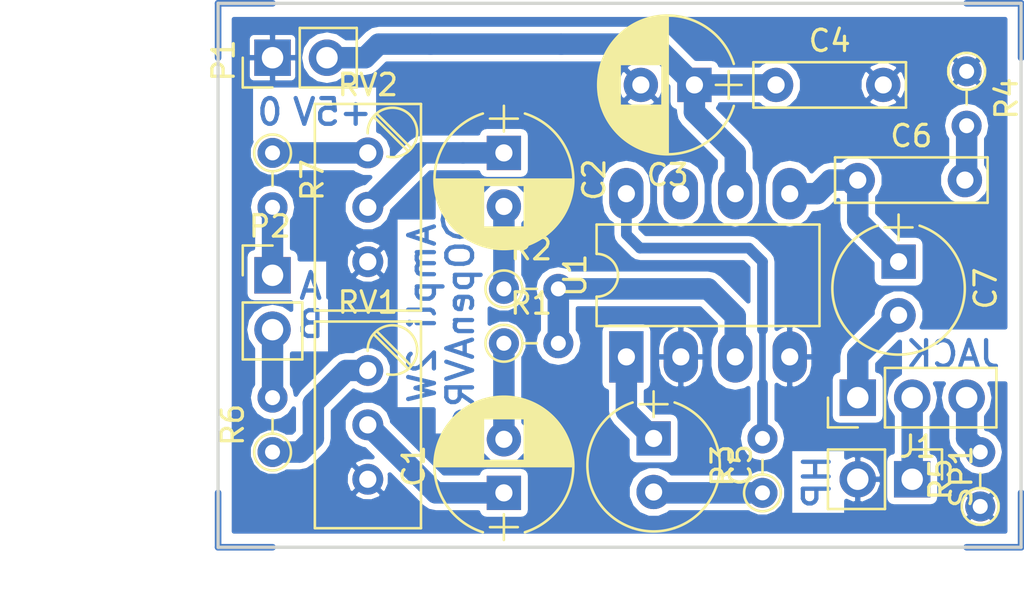
<source format=kicad_pcb>
(kicad_pcb (version 4) (host pcbnew 4.0.7)

  (general
    (links 31)
    (no_connects 0)
    (area 120.420001 77.004999 168.78 107.475)
    (thickness 1.6)
    (drawings 16)
    (tracks 60)
    (zones 0)
    (modules 21)
    (nets 20)
  )

  (page A4)
  (title_block
    (date 2017-11-28)
  )

  (layers
    (0 F.Cu signal)
    (31 B.Cu signal)
    (33 F.Adhes user hide)
    (35 F.Paste user hide)
    (37 F.SilkS user hide)
    (39 F.Mask user hide)
    (40 Dwgs.User user hide)
    (41 Cmts.User user hide)
    (42 Eco1.User user hide)
    (43 Eco2.User user hide)
    (44 Edge.Cuts user)
    (45 Margin user)
    (47 F.CrtYd user hide)
    (49 F.Fab user)
  )

  (setup
    (last_trace_width 0.31)
    (user_trace_width 0.31)
    (user_trace_width 0.5)
    (user_trace_width 1)
    (trace_clearance 0.31)
    (zone_clearance 0.21)
    (zone_45_only no)
    (trace_min 0.31)
    (segment_width 0.2)
    (edge_width 0.15)
    (via_size 0.8)
    (via_drill 0.45)
    (via_min_size 0.8)
    (via_min_drill 0.45)
    (uvia_size 0.3)
    (uvia_drill 0.1)
    (uvias_allowed no)
    (uvia_min_size 0.2)
    (uvia_min_drill 0.1)
    (pcb_text_width 0.3)
    (pcb_text_size 1.5 1.5)
    (mod_edge_width 0.15)
    (mod_text_size 1 1)
    (mod_text_width 0.15)
    (pad_size 1.524 1.524)
    (pad_drill 0.762)
    (pad_to_mask_clearance 0.2)
    (aux_axis_origin 130.81 102.87)
    (grid_origin 130.81 102.87)
    (visible_elements 7FFD5F9F)
    (pcbplotparams
      (layerselection 0x00000_80000000)
      (usegerberextensions false)
      (excludeedgelayer false)
      (linewidth 0.100000)
      (plotframeref false)
      (viasonmask true)
      (mode 1)
      (useauxorigin false)
      (hpglpennumber 1)
      (hpglpenspeed 20)
      (hpglpendiameter 15)
      (hpglpenoverlay 2)
      (psnegative false)
      (psa4output false)
      (plotreference true)
      (plotvalue true)
      (plotinvisibletext false)
      (padsonsilk false)
      (subtractmaskfromsilk false)
      (outputformat 4)
      (mirror false)
      (drillshape 1)
      (scaleselection 1)
      (outputdirectory Gerber/))
  )

  (net 0 "")
  (net 1 "Net-(C1-Pad2)")
  (net 2 "Net-(C2-Pad2)")
  (net 3 +5V)
  (net 4 GND)
  (net 5 "Net-(C5-Pad1)")
  (net 6 "Net-(C5-Pad2)")
  (net 7 "Net-(C6-Pad1)")
  (net 8 "Net-(C6-Pad2)")
  (net 9 "Net-(C7-Pad2)")
  (net 10 "Net-(J1-Pad2)")
  (net 11 "Net-(J1-Pad3)")
  (net 12 "Net-(R3-Pad2)")
  (net 13 "Net-(C1-Pad1)")
  (net 14 "Net-(C2-Pad1)")
  (net 15 "Net-(P2-Pad1)")
  (net 16 "Net-(P2-Pad2)")
  (net 17 "Net-(R6-Pad1)")
  (net 18 "Net-(R7-Pad1)")
  (net 19 "Net-(R1-Pad2)")

  (net_class Default "Ceci est la Netclass par défaut"
    (clearance 0.31)
    (trace_width 0.5)
    (via_dia 0.8)
    (via_drill 0.45)
    (uvia_dia 0.3)
    (uvia_drill 0.1)
    (add_net "Net-(C1-Pad1)")
    (add_net "Net-(C1-Pad2)")
    (add_net "Net-(C2-Pad1)")
    (add_net "Net-(C2-Pad2)")
    (add_net "Net-(C5-Pad1)")
    (add_net "Net-(C5-Pad2)")
    (add_net "Net-(C6-Pad1)")
    (add_net "Net-(C6-Pad2)")
    (add_net "Net-(C7-Pad2)")
    (add_net "Net-(J1-Pad2)")
    (add_net "Net-(J1-Pad3)")
    (add_net "Net-(P2-Pad1)")
    (add_net "Net-(P2-Pad2)")
    (add_net "Net-(R1-Pad2)")
    (add_net "Net-(R3-Pad2)")
    (add_net "Net-(R6-Pad1)")
    (add_net "Net-(R7-Pad1)")
  )

  (net_class ALIM ""
    (clearance 0.31)
    (trace_width 1)
    (via_dia 0.8)
    (via_drill 0.45)
    (uvia_dia 0.3)
    (uvia_drill 0.1)
    (add_net +5V)
    (add_net GND)
  )

  (module Pin_Header_Straight_1x02_Pitch2.54mm (layer F.Cu) (tedit 5A200BCB) (tstamp 5A1E8A25)
    (at 133.35 80.01 90)
    (descr "Through hole straight pin header, 1x02, 2.54mm pitch, single row")
    (tags "Through hole pin header THT 1x02 2.54mm single row")
    (path /5A1D6248)
    (fp_text reference P1 (at -0.127 -2.286 270) (layer F.SilkS)
      (effects (font (size 1 1) (thickness 0.15)))
    )
    (fp_text value CONN_01X02 (at 0 8.89 180) (layer F.Fab) hide
      (effects (font (size 1 1) (thickness 0.15)))
    )
    (fp_text user %R (at 0 1.27 180) (layer F.Fab)
      (effects (font (size 1 1) (thickness 0.15)))
    )
    (fp_line (start -1.27 -1.27) (end -1.27 3.81) (layer F.Fab) (width 0.1))
    (fp_line (start -1.27 3.81) (end 1.27 3.81) (layer F.Fab) (width 0.1))
    (fp_line (start 1.27 3.81) (end 1.27 -1.27) (layer F.Fab) (width 0.1))
    (fp_line (start 1.27 -1.27) (end -1.27 -1.27) (layer F.Fab) (width 0.1))
    (fp_line (start -1.39 1.27) (end -1.39 3.93) (layer F.SilkS) (width 0.12))
    (fp_line (start -1.39 3.93) (end 1.39 3.93) (layer F.SilkS) (width 0.12))
    (fp_line (start 1.39 3.93) (end 1.39 1.27) (layer F.SilkS) (width 0.12))
    (fp_line (start 1.39 1.27) (end -1.39 1.27) (layer F.SilkS) (width 0.12))
    (fp_line (start -1.39 0) (end -1.39 -1.39) (layer F.SilkS) (width 0.12))
    (fp_line (start -1.39 -1.39) (end 0 -1.39) (layer F.SilkS) (width 0.12))
    (fp_line (start -1.6 -1.6) (end -1.6 4.1) (layer F.CrtYd) (width 0.05))
    (fp_line (start -1.6 4.1) (end 1.6 4.1) (layer F.CrtYd) (width 0.05))
    (fp_line (start 1.6 4.1) (end 1.6 -1.6) (layer F.CrtYd) (width 0.05))
    (fp_line (start 1.6 -1.6) (end -1.6 -1.6) (layer F.CrtYd) (width 0.05))
    (pad 1 thru_hole rect (at 0 0 90) (size 1.7 1.7) (drill 1) (layers *.Cu *.Mask)
      (net 4 GND))
    (pad 2 thru_hole oval (at 0 2.54 90) (size 1.7 1.7) (drill 1) (layers *.Cu *.Mask)
      (net 3 +5V))
    (model Pin_Headers.3dshapes/Pin_Header_Straight_1x02_Pitch2.54mm.wrl
      (at (xyz 0 0 0))
      (scale (xyz 1 1 1))
      (rotate (xyz 0 0 0))
    )
  )

  (module Resistors_THT:R_Axial_DIN0204_L3.6mm_D1.6mm_P2.54mm_Vertical (layer F.Cu) (tedit 5A200B97) (tstamp 5A1D6F55)
    (at 165.735 80.645 270)
    (descr "Resistor, Axial_DIN0204 series, Axial, Vertical, pin pitch=2.54mm, 0.16666666666666666W = 1/6W, length*diameter=3.6*1.6mm^2, http://cdn-reichelt.de/documents/datenblatt/B400/1_4W%23YAG.pdf")
    (tags "Resistor Axial_DIN0204 series Axial Vertical pin pitch 2.54mm 0.16666666666666666W = 1/6W length 3.6mm diameter 1.6mm")
    (path /5A1D8753)
    (fp_text reference R4 (at 1.27 -1.86 270) (layer F.SilkS)
      (effects (font (size 1 1) (thickness 0.15)))
    )
    (fp_text value 10 (at 1.778 -1.143 270) (layer F.Fab)
      (effects (font (size 1 1) (thickness 0.15)))
    )
    (fp_text user %R (at 1.778 0.889 270) (layer F.Fab)
      (effects (font (size 1 1) (thickness 0.15)))
    )
    (fp_circle (center 0 0) (end 0.8 0) (layer F.Fab) (width 0.1))
    (fp_circle (center 0 0) (end 0.86 0) (layer F.SilkS) (width 0.12))
    (fp_line (start 0 0) (end 2.54 0) (layer F.Fab) (width 0.1))
    (fp_line (start 0.86 0) (end 1.54 0) (layer F.SilkS) (width 0.12))
    (fp_line (start -1.15 -1.15) (end -1.15 1.15) (layer F.CrtYd) (width 0.05))
    (fp_line (start -1.15 1.15) (end 3.55 1.15) (layer F.CrtYd) (width 0.05))
    (fp_line (start 3.55 1.15) (end 3.55 -1.15) (layer F.CrtYd) (width 0.05))
    (fp_line (start 3.55 -1.15) (end -1.15 -1.15) (layer F.CrtYd) (width 0.05))
    (pad 1 thru_hole circle (at 0 0 270) (size 1.4 1.4) (drill 0.7) (layers *.Cu *.Mask)
      (net 4 GND))
    (pad 2 thru_hole oval (at 2.54 0 270) (size 1.4 1.4) (drill 0.7) (layers *.Cu *.Mask)
      (net 8 "Net-(C6-Pad2)"))
    (model Resistors_THT.3dshapes/R_Axial_DIN0204_L3.6mm_D1.6mm_P2.54mm_Vertical.wrl
      (at (xyz 0 0 0))
      (scale (xyz 0.393701 0.393701 0.393701))
      (rotate (xyz 0 0 0))
    )
  )

  (module Resistors_THT:R_Axial_DIN0204_L3.6mm_D1.6mm_P2.54mm_Vertical (layer F.Cu) (tedit 5A200B70) (tstamp 5A1D6F5B)
    (at 166.37 100.965 90)
    (descr "Resistor, Axial_DIN0204 series, Axial, Vertical, pin pitch=2.54mm, 0.16666666666666666W = 1/6W, length*diameter=3.6*1.6mm^2, http://cdn-reichelt.de/documents/datenblatt/B400/1_4W%23YAG.pdf")
    (tags "Resistor Axial_DIN0204 series Axial Vertical pin pitch 2.54mm 0.16666666666666666W = 1/6W length 3.6mm diameter 1.6mm")
    (path /5A1D8CF2)
    (fp_text reference R5 (at 1.27 -1.86 90) (layer F.SilkS)
      (effects (font (size 1 1) (thickness 0.15)))
    )
    (fp_text value 1,2K (at 2.159 1.016 90) (layer F.Fab)
      (effects (font (size 1 1) (thickness 0.15)))
    )
    (fp_text user %R (at 2.286 -0.762 90) (layer F.Fab)
      (effects (font (size 1 1) (thickness 0.15)))
    )
    (fp_circle (center 0 0) (end 0.8 0) (layer F.Fab) (width 0.1))
    (fp_circle (center 0 0) (end 0.86 0) (layer F.SilkS) (width 0.12))
    (fp_line (start 0 0) (end 2.54 0) (layer F.Fab) (width 0.1))
    (fp_line (start 0.86 0) (end 1.54 0) (layer F.SilkS) (width 0.12))
    (fp_line (start -1.15 -1.15) (end -1.15 1.15) (layer F.CrtYd) (width 0.05))
    (fp_line (start -1.15 1.15) (end 3.55 1.15) (layer F.CrtYd) (width 0.05))
    (fp_line (start 3.55 1.15) (end 3.55 -1.15) (layer F.CrtYd) (width 0.05))
    (fp_line (start 3.55 -1.15) (end -1.15 -1.15) (layer F.CrtYd) (width 0.05))
    (pad 1 thru_hole circle (at 0 0 90) (size 1.4 1.4) (drill 0.7) (layers *.Cu *.Mask)
      (net 4 GND))
    (pad 2 thru_hole oval (at 2.54 0 90) (size 1.4 1.4) (drill 0.7) (layers *.Cu *.Mask)
      (net 11 "Net-(J1-Pad3)"))
    (model Resistors_THT.3dshapes/R_Axial_DIN0204_L3.6mm_D1.6mm_P2.54mm_Vertical.wrl
      (at (xyz 0 0 0))
      (scale (xyz 0.393701 0.393701 0.393701))
      (rotate (xyz 0 0 0))
    )
  )

  (module Resistors_THT:R_Axial_DIN0204_L3.6mm_D1.6mm_P2.54mm_Vertical (layer F.Cu) (tedit 5A200B5B) (tstamp 5A1D6F4F)
    (at 156.21 100.33 90)
    (descr "Resistor, Axial_DIN0204 series, Axial, Vertical, pin pitch=2.54mm, 0.16666666666666666W = 1/6W, length*diameter=3.6*1.6mm^2, http://cdn-reichelt.de/documents/datenblatt/B400/1_4W%23YAG.pdf")
    (tags "Resistor Axial_DIN0204 series Axial Vertical pin pitch 2.54mm 0.16666666666666666W = 1/6W length 3.6mm diameter 1.6mm")
    (path /5A1D7A9D)
    (fp_text reference R3 (at 1.27 -1.86 90) (layer F.SilkS)
      (effects (font (size 1 1) (thickness 0.15)))
    )
    (fp_text value 1,2K (at 2.667 1.016 90) (layer F.Fab)
      (effects (font (size 1 1) (thickness 0.15)))
    )
    (fp_text user %R (at 2.413 -0.889 90) (layer F.Fab)
      (effects (font (size 1 1) (thickness 0.15)))
    )
    (fp_circle (center 0 0) (end 0.8 0) (layer F.Fab) (width 0.1))
    (fp_circle (center 0 0) (end 0.86 0) (layer F.SilkS) (width 0.12))
    (fp_line (start 0 0) (end 2.54 0) (layer F.Fab) (width 0.1))
    (fp_line (start 0.86 0) (end 1.54 0) (layer F.SilkS) (width 0.12))
    (fp_line (start -1.15 -1.15) (end -1.15 1.15) (layer F.CrtYd) (width 0.05))
    (fp_line (start -1.15 1.15) (end 3.55 1.15) (layer F.CrtYd) (width 0.05))
    (fp_line (start 3.55 1.15) (end 3.55 -1.15) (layer F.CrtYd) (width 0.05))
    (fp_line (start 3.55 -1.15) (end -1.15 -1.15) (layer F.CrtYd) (width 0.05))
    (pad 1 thru_hole circle (at 0 0 90) (size 1.4 1.4) (drill 0.7) (layers *.Cu *.Mask)
      (net 6 "Net-(C5-Pad2)"))
    (pad 2 thru_hole oval (at 2.54 0 90) (size 1.4 1.4) (drill 0.7) (layers *.Cu *.Mask)
      (net 12 "Net-(R3-Pad2)"))
    (model Resistors_THT.3dshapes/R_Axial_DIN0204_L3.6mm_D1.6mm_P2.54mm_Vertical.wrl
      (at (xyz 0 0 0))
      (scale (xyz 0.393701 0.393701 0.393701))
      (rotate (xyz 0 0 0))
    )
  )

  (module Resistors_THT:R_Axial_DIN0204_L3.6mm_D1.6mm_P2.54mm_Vertical (layer F.Cu) (tedit 5A200AEF) (tstamp 5A1D6F49)
    (at 144.145 90.805)
    (descr "Resistor, Axial_DIN0204 series, Axial, Vertical, pin pitch=2.54mm, 0.16666666666666666W = 1/6W, length*diameter=3.6*1.6mm^2, http://cdn-reichelt.de/documents/datenblatt/B400/1_4W%23YAG.pdf")
    (tags "Resistor Axial_DIN0204 series Axial Vertical pin pitch 2.54mm 0.16666666666666666W = 1/6W length 3.6mm diameter 1.6mm")
    (path /5A1D75D5)
    (fp_text reference R2 (at 1.27 -1.86) (layer F.SilkS)
      (effects (font (size 1 1) (thickness 0.15)))
    )
    (fp_text value 1,5K (at -1.905 -0.635 90) (layer F.Fab)
      (effects (font (size 1 1) (thickness 0.15)))
    )
    (fp_text user %R (at 1.905 -0.889) (layer F.Fab)
      (effects (font (size 1 1) (thickness 0.15)))
    )
    (fp_circle (center 0 0) (end 0.8 0) (layer F.Fab) (width 0.1))
    (fp_circle (center 0 0) (end 0.86 0) (layer F.SilkS) (width 0.12))
    (fp_line (start 0 0) (end 2.54 0) (layer F.Fab) (width 0.1))
    (fp_line (start 0.86 0) (end 1.54 0) (layer F.SilkS) (width 0.12))
    (fp_line (start -1.15 -1.15) (end -1.15 1.15) (layer F.CrtYd) (width 0.05))
    (fp_line (start -1.15 1.15) (end 3.55 1.15) (layer F.CrtYd) (width 0.05))
    (fp_line (start 3.55 1.15) (end 3.55 -1.15) (layer F.CrtYd) (width 0.05))
    (fp_line (start 3.55 -1.15) (end -1.15 -1.15) (layer F.CrtYd) (width 0.05))
    (pad 1 thru_hole circle (at 0 0) (size 1.4 1.4) (drill 0.7) (layers *.Cu *.Mask)
      (net 2 "Net-(C2-Pad2)"))
    (pad 2 thru_hole oval (at 2.54 0) (size 1.4 1.4) (drill 0.7) (layers *.Cu *.Mask)
      (net 19 "Net-(R1-Pad2)"))
    (model Resistors_THT.3dshapes/R_Axial_DIN0204_L3.6mm_D1.6mm_P2.54mm_Vertical.wrl
      (at (xyz 0 0 0))
      (scale (xyz 0.393701 0.393701 0.393701))
      (rotate (xyz 0 0 0))
    )
  )

  (module Resistors_THT:R_Axial_DIN0204_L3.6mm_D1.6mm_P2.54mm_Vertical (layer F.Cu) (tedit 5A200ADA) (tstamp 5A1D6F43)
    (at 144.145 93.345)
    (descr "Resistor, Axial_DIN0204 series, Axial, Vertical, pin pitch=2.54mm, 0.16666666666666666W = 1/6W, length*diameter=3.6*1.6mm^2, http://cdn-reichelt.de/documents/datenblatt/B400/1_4W%23YAG.pdf")
    (tags "Resistor Axial_DIN0204 series Axial Vertical pin pitch 2.54mm 0.16666666666666666W = 1/6W length 3.6mm diameter 1.6mm")
    (path /5A1D41DC)
    (fp_text reference R1 (at 1.27 -1.86) (layer F.SilkS)
      (effects (font (size 1 1) (thickness 0.15)))
    )
    (fp_text value 1,5K (at -1.905 0.635 90) (layer F.Fab)
      (effects (font (size 1 1) (thickness 0.15)))
    )
    (fp_text user %R (at 2.032 1.143) (layer F.Fab)
      (effects (font (size 1 1) (thickness 0.15)))
    )
    (fp_circle (center 0 0) (end 0.8 0) (layer F.Fab) (width 0.1))
    (fp_circle (center 0 0) (end 0.86 0) (layer F.SilkS) (width 0.12))
    (fp_line (start 0 0) (end 2.54 0) (layer F.Fab) (width 0.1))
    (fp_line (start 0.86 0) (end 1.54 0) (layer F.SilkS) (width 0.12))
    (fp_line (start -1.15 -1.15) (end -1.15 1.15) (layer F.CrtYd) (width 0.05))
    (fp_line (start -1.15 1.15) (end 3.55 1.15) (layer F.CrtYd) (width 0.05))
    (fp_line (start 3.55 1.15) (end 3.55 -1.15) (layer F.CrtYd) (width 0.05))
    (fp_line (start 3.55 -1.15) (end -1.15 -1.15) (layer F.CrtYd) (width 0.05))
    (pad 1 thru_hole circle (at 0 0) (size 1.4 1.4) (drill 0.7) (layers *.Cu *.Mask)
      (net 1 "Net-(C1-Pad2)"))
    (pad 2 thru_hole oval (at 2.54 0) (size 1.4 1.4) (drill 0.7) (layers *.Cu *.Mask)
      (net 19 "Net-(R1-Pad2)"))
    (model Resistors_THT.3dshapes/R_Axial_DIN0204_L3.6mm_D1.6mm_P2.54mm_Vertical.wrl
      (at (xyz 0 0 0))
      (scale (xyz 0.393701 0.393701 0.393701))
      (rotate (xyz 0 0 0))
    )
  )

  (module Resistors_THT:R_Axial_DIN0204_L3.6mm_D1.6mm_P2.54mm_Vertical (layer F.Cu) (tedit 5A200BE8) (tstamp 5A20B7C7)
    (at 133.35 98.425 90)
    (descr "Resistor, Axial_DIN0204 series, Axial, Vertical, pin pitch=2.54mm, 0.16666666666666666W = 1/6W, length*diameter=3.6*1.6mm^2, http://cdn-reichelt.de/documents/datenblatt/B400/1_4W%23YAG.pdf")
    (tags "Resistor Axial_DIN0204 series Axial Vertical pin pitch 2.54mm 0.16666666666666666W = 1/6W length 3.6mm diameter 1.6mm")
    (path /5A1D830D)
    (fp_text reference R6 (at 1.27 -1.86 90) (layer F.SilkS)
      (effects (font (size 1 1) (thickness 0.15)))
    )
    (fp_text value 22K (at 2.286 -1.143 90) (layer F.Fab)
      (effects (font (size 1 1) (thickness 0.15)))
    )
    (fp_text user %R (at 1.778 1.016 90) (layer F.Fab)
      (effects (font (size 1 1) (thickness 0.15)))
    )
    (fp_circle (center 0 0) (end 0.8 0) (layer F.Fab) (width 0.1))
    (fp_circle (center 0 0) (end 0.86 0) (layer F.SilkS) (width 0.12))
    (fp_line (start 0 0) (end 2.54 0) (layer F.Fab) (width 0.1))
    (fp_line (start 0.86 0) (end 1.54 0) (layer F.SilkS) (width 0.12))
    (fp_line (start -1.15 -1.15) (end -1.15 1.15) (layer F.CrtYd) (width 0.05))
    (fp_line (start -1.15 1.15) (end 3.55 1.15) (layer F.CrtYd) (width 0.05))
    (fp_line (start 3.55 1.15) (end 3.55 -1.15) (layer F.CrtYd) (width 0.05))
    (fp_line (start 3.55 -1.15) (end -1.15 -1.15) (layer F.CrtYd) (width 0.05))
    (pad 1 thru_hole circle (at 0 0 90) (size 1.4 1.4) (drill 0.7) (layers *.Cu *.Mask)
      (net 17 "Net-(R6-Pad1)"))
    (pad 2 thru_hole oval (at 2.54 0 90) (size 1.4 1.4) (drill 0.7) (layers *.Cu *.Mask)
      (net 16 "Net-(P2-Pad2)"))
    (model Resistors_THT.3dshapes/R_Axial_DIN0204_L3.6mm_D1.6mm_P2.54mm_Vertical.wrl
      (at (xyz 0 0 0))
      (scale (xyz 0.393701 0.393701 0.393701))
      (rotate (xyz 0 0 0))
    )
  )

  (module Capacitors_Tantalum_SMD:Potentiometer_Trimmer_Bourns_3296W (layer F.Cu) (tedit 5A200B19) (tstamp 5A20B55B)
    (at 137.795 94.615 90)
    (descr "Spindle Trimmer Potentiometer, Bourns 3296W, https://www.bourns.com/pdfs/3296.pdf")
    (tags "Spindle Trimmer Potentiometer   Bourns 3296W")
    (path /5A1D5D05)
    (fp_text reference RV1 (at 3.175 0 180) (layer F.SilkS)
      (effects (font (size 1 1) (thickness 0.15)))
    )
    (fp_text value 10K (at -3.937 0 180) (layer F.Fab)
      (effects (font (size 1 1) (thickness 0.15)))
    )
    (fp_text user %R (at -1.905 0 180) (layer F.Fab)
      (effects (font (size 1 1) (thickness 0.15)))
    )
    (fp_arc (start 0.955 1.15) (end 0.955 2.305) (angle -182) (layer F.SilkS) (width 0.12))
    (fp_arc (start 0.955 1.15) (end -0.174 0.91) (angle -103) (layer F.SilkS) (width 0.12))
    (fp_circle (center 0.955 1.15) (end 2.05 1.15) (layer F.Fab) (width 0.1))
    (fp_line (start -7.305 -2.41) (end -7.305 2.42) (layer F.Fab) (width 0.1))
    (fp_line (start -7.305 2.42) (end 2.225 2.42) (layer F.Fab) (width 0.1))
    (fp_line (start 2.225 2.42) (end 2.225 -2.41) (layer F.Fab) (width 0.1))
    (fp_line (start 2.225 -2.41) (end -7.305 -2.41) (layer F.Fab) (width 0.1))
    (fp_line (start 1.786 0.454) (end 0.259 1.981) (layer F.Fab) (width 0.1))
    (fp_line (start 1.652 0.32) (end 0.125 1.847) (layer F.Fab) (width 0.1))
    (fp_line (start -7.365 -2.47) (end 2.285 -2.47) (layer F.SilkS) (width 0.12))
    (fp_line (start -7.365 2.481) (end 2.285 2.481) (layer F.SilkS) (width 0.12))
    (fp_line (start -7.365 -2.47) (end -7.365 2.481) (layer F.SilkS) (width 0.12))
    (fp_line (start 2.285 -2.47) (end 2.285 2.481) (layer F.SilkS) (width 0.12))
    (fp_line (start 1.831 0.416) (end 0.22 2.026) (layer F.SilkS) (width 0.12))
    (fp_line (start 1.691 0.275) (end 0.079 1.885) (layer F.SilkS) (width 0.12))
    (fp_line (start -7.6 -2.7) (end -7.6 2.7) (layer F.CrtYd) (width 0.05))
    (fp_line (start -7.6 2.7) (end 2.5 2.7) (layer F.CrtYd) (width 0.05))
    (fp_line (start 2.5 2.7) (end 2.5 -2.7) (layer F.CrtYd) (width 0.05))
    (fp_line (start 2.5 -2.7) (end -7.6 -2.7) (layer F.CrtYd) (width 0.05))
    (pad 1 thru_hole circle (at 0 0 90) (size 1.44 1.44) (drill 0.8) (layers *.Cu *.Mask)
      (net 17 "Net-(R6-Pad1)"))
    (pad 2 thru_hole circle (at -2.54 0 90) (size 1.44 1.44) (drill 0.8) (layers *.Cu *.Mask)
      (net 13 "Net-(C1-Pad1)"))
    (pad 3 thru_hole circle (at -5.08 0 90) (size 1.44 1.44) (drill 0.8) (layers *.Cu *.Mask)
      (net 4 GND))
    (model Potentiometers.3dshapes/Potentiometer_Trimmer_Bourns_3296W.wrl
      (at (xyz 0 0 0))
      (scale (xyz 1 1 1))
      (rotate (xyz 0 0 -90))
    )
  )

  (module Capacitors_Tantalum_SMD:Potentiometer_Trimmer_Bourns_3296W (layer F.Cu) (tedit 5A2011FA) (tstamp 5A2D645C)
    (at 137.795 84.455 90)
    (descr "Spindle Trimmer Potentiometer, Bourns 3296W, https://www.bourns.com/pdfs/3296.pdf")
    (tags "Spindle Trimmer Potentiometer   Bourns 3296W")
    (path /5A1D6F0C)
    (fp_text reference RV2 (at 3.175 0 180) (layer F.SilkS)
      (effects (font (size 1 1) (thickness 0.15)))
    )
    (fp_text value 10K (at -3.556 0 180) (layer F.Fab)
      (effects (font (size 1 1) (thickness 0.15)))
    )
    (fp_text user %R (at -1.778 0 180) (layer F.Fab)
      (effects (font (size 1 1) (thickness 0.15)))
    )
    (fp_arc (start 0.955 1.15) (end 0.955 2.305) (angle -182) (layer F.SilkS) (width 0.12))
    (fp_arc (start 0.955 1.15) (end -0.174 0.91) (angle -103) (layer F.SilkS) (width 0.12))
    (fp_circle (center 0.955 1.15) (end 2.05 1.15) (layer F.Fab) (width 0.1))
    (fp_line (start -7.305 -2.41) (end -7.305 2.42) (layer F.Fab) (width 0.1))
    (fp_line (start -7.305 2.42) (end 2.225 2.42) (layer F.Fab) (width 0.1))
    (fp_line (start 2.225 2.42) (end 2.225 -2.41) (layer F.Fab) (width 0.1))
    (fp_line (start 2.225 -2.41) (end -7.305 -2.41) (layer F.Fab) (width 0.1))
    (fp_line (start 1.786 0.454) (end 0.259 1.981) (layer F.Fab) (width 0.1))
    (fp_line (start 1.652 0.32) (end 0.125 1.847) (layer F.Fab) (width 0.1))
    (fp_line (start -7.365 -2.47) (end 2.285 -2.47) (layer F.SilkS) (width 0.12))
    (fp_line (start -7.365 2.481) (end 2.285 2.481) (layer F.SilkS) (width 0.12))
    (fp_line (start -7.365 -2.47) (end -7.365 2.481) (layer F.SilkS) (width 0.12))
    (fp_line (start 2.285 -2.47) (end 2.285 2.481) (layer F.SilkS) (width 0.12))
    (fp_line (start 1.831 0.416) (end 0.22 2.026) (layer F.SilkS) (width 0.12))
    (fp_line (start 1.691 0.275) (end 0.079 1.885) (layer F.SilkS) (width 0.12))
    (fp_line (start -7.6 -2.7) (end -7.6 2.7) (layer F.CrtYd) (width 0.05))
    (fp_line (start -7.6 2.7) (end 2.5 2.7) (layer F.CrtYd) (width 0.05))
    (fp_line (start 2.5 2.7) (end 2.5 -2.7) (layer F.CrtYd) (width 0.05))
    (fp_line (start 2.5 -2.7) (end -7.6 -2.7) (layer F.CrtYd) (width 0.05))
    (pad 1 thru_hole circle (at 0 0 90) (size 1.44 1.44) (drill 0.8) (layers *.Cu *.Mask)
      (net 18 "Net-(R7-Pad1)"))
    (pad 2 thru_hole circle (at -2.54 0 90) (size 1.44 1.44) (drill 0.8) (layers *.Cu *.Mask)
      (net 14 "Net-(C2-Pad1)"))
    (pad 3 thru_hole circle (at -5.08 0 90) (size 1.44 1.44) (drill 0.8) (layers *.Cu *.Mask)
      (net 4 GND))
    (model Potentiometers.3dshapes/Potentiometer_Trimmer_Bourns_3296W.wrl
      (at (xyz 0 0 0))
      (scale (xyz 1 1 1))
      (rotate (xyz 0 0 -90))
    )
  )

  (module Resistors_THT:R_Axial_DIN0204_L3.6mm_D1.6mm_P2.54mm_Vertical (layer F.Cu) (tedit 5A200BEA) (tstamp 5A20B7CD)
    (at 133.35 84.455 270)
    (descr "Resistor, Axial_DIN0204 series, Axial, Vertical, pin pitch=2.54mm, 0.16666666666666666W = 1/6W, length*diameter=3.6*1.6mm^2, http://cdn-reichelt.de/documents/datenblatt/B400/1_4W%23YAG.pdf")
    (tags "Resistor Axial_DIN0204 series Axial Vertical pin pitch 2.54mm 0.16666666666666666W = 1/6W length 3.6mm diameter 1.6mm")
    (path /5A1D83D2)
    (fp_text reference R7 (at 1.27 -1.86 270) (layer F.SilkS)
      (effects (font (size 1 1) (thickness 0.15)))
    )
    (fp_text value 22K (at 2.413 1.016 270) (layer F.Fab)
      (effects (font (size 1 1) (thickness 0.15)))
    )
    (fp_text user %R (at 2.032 -1.016 270) (layer F.Fab)
      (effects (font (size 1 1) (thickness 0.15)))
    )
    (fp_circle (center 0 0) (end 0.8 0) (layer F.Fab) (width 0.1))
    (fp_circle (center 0 0) (end 0.86 0) (layer F.SilkS) (width 0.12))
    (fp_line (start 0 0) (end 2.54 0) (layer F.Fab) (width 0.1))
    (fp_line (start 0.86 0) (end 1.54 0) (layer F.SilkS) (width 0.12))
    (fp_line (start -1.15 -1.15) (end -1.15 1.15) (layer F.CrtYd) (width 0.05))
    (fp_line (start -1.15 1.15) (end 3.55 1.15) (layer F.CrtYd) (width 0.05))
    (fp_line (start 3.55 1.15) (end 3.55 -1.15) (layer F.CrtYd) (width 0.05))
    (fp_line (start 3.55 -1.15) (end -1.15 -1.15) (layer F.CrtYd) (width 0.05))
    (pad 1 thru_hole circle (at 0 0 270) (size 1.4 1.4) (drill 0.7) (layers *.Cu *.Mask)
      (net 18 "Net-(R7-Pad1)"))
    (pad 2 thru_hole oval (at 2.54 0 270) (size 1.4 1.4) (drill 0.7) (layers *.Cu *.Mask)
      (net 15 "Net-(P2-Pad1)"))
    (model Resistors_THT.3dshapes/R_Axial_DIN0204_L3.6mm_D1.6mm_P2.54mm_Vertical.wrl
      (at (xyz 0 0 0))
      (scale (xyz 0.393701 0.393701 0.393701))
      (rotate (xyz 0 0 0))
    )
  )

  (module Pin_Header_Straight_1x02_Pitch2.54mm (layer F.Cu) (tedit 5A200BD8) (tstamp 5A1E8A38)
    (at 133.35 90.17)
    (descr "Through hole straight pin header, 1x02, 2.54mm pitch, single row")
    (tags "Through hole pin header THT 1x02 2.54mm single row")
    (path /5A1D6151)
    (fp_text reference P2 (at -0.127 -2.286 180) (layer F.SilkS)
      (effects (font (size 1 1) (thickness 0.15)))
    )
    (fp_text value CONN_01X02 (at -3.429 1.27 90) (layer F.Fab) hide
      (effects (font (size 1 1) (thickness 0.15)))
    )
    (fp_text user %R (at 0 1.27) (layer F.Fab)
      (effects (font (size 1 1) (thickness 0.15)))
    )
    (fp_line (start -1.27 -1.27) (end -1.27 3.81) (layer F.Fab) (width 0.1))
    (fp_line (start -1.27 3.81) (end 1.27 3.81) (layer F.Fab) (width 0.1))
    (fp_line (start 1.27 3.81) (end 1.27 -1.27) (layer F.Fab) (width 0.1))
    (fp_line (start 1.27 -1.27) (end -1.27 -1.27) (layer F.Fab) (width 0.1))
    (fp_line (start -1.39 1.27) (end -1.39 3.93) (layer F.SilkS) (width 0.12))
    (fp_line (start -1.39 3.93) (end 1.39 3.93) (layer F.SilkS) (width 0.12))
    (fp_line (start 1.39 3.93) (end 1.39 1.27) (layer F.SilkS) (width 0.12))
    (fp_line (start 1.39 1.27) (end -1.39 1.27) (layer F.SilkS) (width 0.12))
    (fp_line (start -1.39 0) (end -1.39 -1.39) (layer F.SilkS) (width 0.12))
    (fp_line (start -1.39 -1.39) (end 0 -1.39) (layer F.SilkS) (width 0.12))
    (fp_line (start -1.6 -1.6) (end -1.6 4.1) (layer F.CrtYd) (width 0.05))
    (fp_line (start -1.6 4.1) (end 1.6 4.1) (layer F.CrtYd) (width 0.05))
    (fp_line (start 1.6 4.1) (end 1.6 -1.6) (layer F.CrtYd) (width 0.05))
    (fp_line (start 1.6 -1.6) (end -1.6 -1.6) (layer F.CrtYd) (width 0.05))
    (pad 1 thru_hole rect (at 0 0) (size 1.7 1.7) (drill 1) (layers *.Cu *.Mask)
      (net 15 "Net-(P2-Pad1)"))
    (pad 2 thru_hole oval (at 0 2.54) (size 1.7 1.7) (drill 1) (layers *.Cu *.Mask)
      (net 16 "Net-(P2-Pad2)"))
    (model Pin_Headers.3dshapes/Pin_Header_Straight_1x02_Pitch2.54mm.wrl
      (at (xyz 0 0 0))
      (scale (xyz 1 1 1))
      (rotate (xyz 0 0 0))
    )
  )

  (module Capacitors_THT:C_Rect_L7.0mm_W2.0mm_P5.00mm (layer F.Cu) (tedit 5A200B2A) (tstamp 5A1D6F18)
    (at 156.845 81.28)
    (descr "C, Rect series, Radial, pin pitch=5.00mm, , length*width=7*2mm^2, Capacitor")
    (tags "C Rect series Radial pin pitch 5.00mm  length 7mm width 2mm Capacitor")
    (path /5A1D4247)
    (fp_text reference C4 (at 2.5 -2.06) (layer F.SilkS)
      (effects (font (size 1 1) (thickness 0.15)))
    )
    (fp_text value 100nF (at 2.667 -2.032) (layer F.Fab)
      (effects (font (size 1 1) (thickness 0.15)))
    )
    (fp_text user %R (at 2 0) (layer F.Fab)
      (effects (font (size 1 1) (thickness 0.15)))
    )
    (fp_line (start -1 -1) (end -1 1) (layer F.Fab) (width 0.1))
    (fp_line (start -1 1) (end 6 1) (layer F.Fab) (width 0.1))
    (fp_line (start 6 1) (end 6 -1) (layer F.Fab) (width 0.1))
    (fp_line (start 6 -1) (end -1 -1) (layer F.Fab) (width 0.1))
    (fp_line (start -1.06 -1.06) (end 6.06 -1.06) (layer F.SilkS) (width 0.12))
    (fp_line (start -1.06 1.06) (end 6.06 1.06) (layer F.SilkS) (width 0.12))
    (fp_line (start -1.06 -1.06) (end -1.06 1.06) (layer F.SilkS) (width 0.12))
    (fp_line (start 6.06 -1.06) (end 6.06 1.06) (layer F.SilkS) (width 0.12))
    (fp_line (start -1.35 -1.35) (end -1.35 1.35) (layer F.CrtYd) (width 0.05))
    (fp_line (start -1.35 1.35) (end 6.35 1.35) (layer F.CrtYd) (width 0.05))
    (fp_line (start 6.35 1.35) (end 6.35 -1.35) (layer F.CrtYd) (width 0.05))
    (fp_line (start 6.35 -1.35) (end -1.35 -1.35) (layer F.CrtYd) (width 0.05))
    (pad 1 thru_hole circle (at 0 0) (size 1.6 1.6) (drill 0.8) (layers *.Cu *.Mask)
      (net 3 +5V))
    (pad 2 thru_hole circle (at 5 0) (size 1.6 1.6) (drill 0.8) (layers *.Cu *.Mask)
      (net 4 GND))
    (model ${KISYS3DMOD}/Capacitors_THT.3dshapes/C_Rect_L7.0mm_W2.0mm_P5.00mm.wrl
      (at (xyz 0 0 0))
      (scale (xyz 1 1 1))
      (rotate (xyz 0 0 0))
    )
  )

  (module Capacitors_THT:C_Rect_L7.0mm_W2.0mm_P5.00mm (layer F.Cu) (tedit 5A200BA6) (tstamp 5A1D6F24)
    (at 160.655 85.725)
    (descr "C, Rect series, Radial, pin pitch=5.00mm, , length*width=7*2mm^2, Capacitor")
    (tags "C Rect series Radial pin pitch 5.00mm  length 7mm width 2mm Capacitor")
    (path /5A1D86C9)
    (fp_text reference C6 (at 2.5 -2.06) (layer F.SilkS)
      (effects (font (size 1 1) (thickness 0.15)))
    )
    (fp_text value 100nF (at 1.016 -1.905 180) (layer F.Fab)
      (effects (font (size 1 1) (thickness 0.15)))
    )
    (fp_text user %R (at 2.286 0) (layer F.Fab)
      (effects (font (size 1 1) (thickness 0.15)))
    )
    (fp_line (start -1 -1) (end -1 1) (layer F.Fab) (width 0.1))
    (fp_line (start -1 1) (end 6 1) (layer F.Fab) (width 0.1))
    (fp_line (start 6 1) (end 6 -1) (layer F.Fab) (width 0.1))
    (fp_line (start 6 -1) (end -1 -1) (layer F.Fab) (width 0.1))
    (fp_line (start -1.06 -1.06) (end 6.06 -1.06) (layer F.SilkS) (width 0.12))
    (fp_line (start -1.06 1.06) (end 6.06 1.06) (layer F.SilkS) (width 0.12))
    (fp_line (start -1.06 -1.06) (end -1.06 1.06) (layer F.SilkS) (width 0.12))
    (fp_line (start 6.06 -1.06) (end 6.06 1.06) (layer F.SilkS) (width 0.12))
    (fp_line (start -1.35 -1.35) (end -1.35 1.35) (layer F.CrtYd) (width 0.05))
    (fp_line (start -1.35 1.35) (end 6.35 1.35) (layer F.CrtYd) (width 0.05))
    (fp_line (start 6.35 1.35) (end 6.35 -1.35) (layer F.CrtYd) (width 0.05))
    (fp_line (start 6.35 -1.35) (end -1.35 -1.35) (layer F.CrtYd) (width 0.05))
    (pad 1 thru_hole circle (at 0 0) (size 1.6 1.6) (drill 0.8) (layers *.Cu *.Mask)
      (net 7 "Net-(C6-Pad1)"))
    (pad 2 thru_hole circle (at 5 0) (size 1.6 1.6) (drill 0.8) (layers *.Cu *.Mask)
      (net 8 "Net-(C6-Pad2)"))
    (model ${KISYS3DMOD}/Capacitors_THT.3dshapes/C_Rect_L7.0mm_W2.0mm_P5.00mm.wrl
      (at (xyz 0 0 0))
      (scale (xyz 1 1 1))
      (rotate (xyz 0 0 0))
    )
  )

  (module Housings_DIP:DIP-8_W7.62mm_LongPads (layer F.Cu) (tedit 5A1D9354) (tstamp 5A1D6F6E)
    (at 149.86 93.98 90)
    (descr "8-lead dip package, row spacing 7.62 mm (300 mils), LongPads")
    (tags "DIL DIP PDIP 2.54mm 7.62mm 300mil LongPads")
    (path /5A1D4047)
    (fp_text reference U1 (at 3.81 -2.39 90) (layer F.SilkS)
      (effects (font (size 1 1) (thickness 0.15)))
    )
    (fp_text value LM386 (at 3.175 3.81 180) (layer F.Fab)
      (effects (font (size 1 1) (thickness 0.15)))
    )
    (fp_text user %R (at 5.08 3.81 180) (layer F.Fab)
      (effects (font (size 1 1) (thickness 0.15)))
    )
    (fp_line (start 1.635 -1.27) (end 6.985 -1.27) (layer F.Fab) (width 0.1))
    (fp_line (start 6.985 -1.27) (end 6.985 8.89) (layer F.Fab) (width 0.1))
    (fp_line (start 6.985 8.89) (end 0.635 8.89) (layer F.Fab) (width 0.1))
    (fp_line (start 0.635 8.89) (end 0.635 -0.27) (layer F.Fab) (width 0.1))
    (fp_line (start 0.635 -0.27) (end 1.635 -1.27) (layer F.Fab) (width 0.1))
    (fp_line (start 2.81 -1.39) (end 1.44 -1.39) (layer F.SilkS) (width 0.12))
    (fp_line (start 1.44 -1.39) (end 1.44 9.01) (layer F.SilkS) (width 0.12))
    (fp_line (start 1.44 9.01) (end 6.18 9.01) (layer F.SilkS) (width 0.12))
    (fp_line (start 6.18 9.01) (end 6.18 -1.39) (layer F.SilkS) (width 0.12))
    (fp_line (start 6.18 -1.39) (end 4.81 -1.39) (layer F.SilkS) (width 0.12))
    (fp_line (start -1.5 -1.6) (end -1.5 9.2) (layer F.CrtYd) (width 0.05))
    (fp_line (start -1.5 9.2) (end 9.1 9.2) (layer F.CrtYd) (width 0.05))
    (fp_line (start 9.1 9.2) (end 9.1 -1.6) (layer F.CrtYd) (width 0.05))
    (fp_line (start 9.1 -1.6) (end -1.5 -1.6) (layer F.CrtYd) (width 0.05))
    (fp_arc (start 3.81 -1.39) (end 2.81 -1.39) (angle -180) (layer F.SilkS) (width 0.12))
    (pad 1 thru_hole rect (at 0 0 90) (size 2.4 1.6) (drill 0.8) (layers *.Cu *.Mask)
      (net 5 "Net-(C5-Pad1)"))
    (pad 5 thru_hole oval (at 7.62 7.62 90) (size 2.4 1.6) (drill 0.8) (layers *.Cu *.Mask)
      (net 7 "Net-(C6-Pad1)"))
    (pad 2 thru_hole oval (at 0 2.54 90) (size 2.4 1.6) (drill 0.8) (layers *.Cu *.Mask)
      (net 4 GND))
    (pad 6 thru_hole oval (at 7.62 5.08 90) (size 2.4 1.6) (drill 0.8) (layers *.Cu *.Mask)
      (net 3 +5V))
    (pad 3 thru_hole oval (at 0 5.08 90) (size 2.4 1.6) (drill 0.8) (layers *.Cu *.Mask)
      (net 19 "Net-(R1-Pad2)"))
    (pad 7 thru_hole oval (at 7.62 2.54 90) (size 2.4 1.6) (drill 0.8) (layers *.Cu *.Mask))
    (pad 4 thru_hole oval (at 0 7.62 90) (size 2.4 1.6) (drill 0.8) (layers *.Cu *.Mask)
      (net 4 GND))
    (pad 8 thru_hole oval (at 7.62 0 90) (size 2.4 1.6) (drill 0.8) (layers *.Cu *.Mask)
      (net 12 "Net-(R3-Pad2)"))
    (model ${KISYS3DMOD}/Housings_DIP.3dshapes/DIP-8_W7.62mm_LongPads.wrl
      (at (xyz 0 0 0))
      (scale (xyz 1 1 1))
      (rotate (xyz 0 0 0))
    )
  )

  (module Capacitors_THT:CP_Radial_D6.3mm_P2.50mm (layer F.Cu) (tedit 5A200B05) (tstamp 5A1E2FE9)
    (at 144.145 100.33 90)
    (descr "CP, Radial series, Radial, pin pitch=2.50mm, , diameter=6.3mm, Electrolytic Capacitor")
    (tags "CP Radial series Radial pin pitch 2.50mm  diameter 6.3mm Electrolytic Capacitor")
    (path /5A1D71E1)
    (fp_text reference C1 (at 1.25 -4.21 90) (layer F.SilkS)
      (effects (font (size 1 1) (thickness 0.15)))
    )
    (fp_text value 10µF (at 0.508 7.112 180) (layer F.Fab)
      (effects (font (size 1 1) (thickness 0.15)))
    )
    (fp_text user %R (at 2.54 0 180) (layer F.Fab)
      (effects (font (size 1 1) (thickness 0.15)))
    )
    (fp_line (start -2.2 0) (end -1 0) (layer F.Fab) (width 0.1))
    (fp_line (start -1.6 -0.65) (end -1.6 0.65) (layer F.Fab) (width 0.1))
    (fp_line (start 1.25 -3.2) (end 1.25 3.2) (layer F.SilkS) (width 0.12))
    (fp_line (start 1.29 -3.2) (end 1.29 3.2) (layer F.SilkS) (width 0.12))
    (fp_line (start 1.33 -3.2) (end 1.33 3.2) (layer F.SilkS) (width 0.12))
    (fp_line (start 1.37 -3.198) (end 1.37 3.198) (layer F.SilkS) (width 0.12))
    (fp_line (start 1.41 -3.197) (end 1.41 3.197) (layer F.SilkS) (width 0.12))
    (fp_line (start 1.45 -3.194) (end 1.45 3.194) (layer F.SilkS) (width 0.12))
    (fp_line (start 1.49 -3.192) (end 1.49 3.192) (layer F.SilkS) (width 0.12))
    (fp_line (start 1.53 -3.188) (end 1.53 -0.98) (layer F.SilkS) (width 0.12))
    (fp_line (start 1.53 0.98) (end 1.53 3.188) (layer F.SilkS) (width 0.12))
    (fp_line (start 1.57 -3.185) (end 1.57 -0.98) (layer F.SilkS) (width 0.12))
    (fp_line (start 1.57 0.98) (end 1.57 3.185) (layer F.SilkS) (width 0.12))
    (fp_line (start 1.61 -3.18) (end 1.61 -0.98) (layer F.SilkS) (width 0.12))
    (fp_line (start 1.61 0.98) (end 1.61 3.18) (layer F.SilkS) (width 0.12))
    (fp_line (start 1.65 -3.176) (end 1.65 -0.98) (layer F.SilkS) (width 0.12))
    (fp_line (start 1.65 0.98) (end 1.65 3.176) (layer F.SilkS) (width 0.12))
    (fp_line (start 1.69 -3.17) (end 1.69 -0.98) (layer F.SilkS) (width 0.12))
    (fp_line (start 1.69 0.98) (end 1.69 3.17) (layer F.SilkS) (width 0.12))
    (fp_line (start 1.73 -3.165) (end 1.73 -0.98) (layer F.SilkS) (width 0.12))
    (fp_line (start 1.73 0.98) (end 1.73 3.165) (layer F.SilkS) (width 0.12))
    (fp_line (start 1.77 -3.158) (end 1.77 -0.98) (layer F.SilkS) (width 0.12))
    (fp_line (start 1.77 0.98) (end 1.77 3.158) (layer F.SilkS) (width 0.12))
    (fp_line (start 1.81 -3.152) (end 1.81 -0.98) (layer F.SilkS) (width 0.12))
    (fp_line (start 1.81 0.98) (end 1.81 3.152) (layer F.SilkS) (width 0.12))
    (fp_line (start 1.85 -3.144) (end 1.85 -0.98) (layer F.SilkS) (width 0.12))
    (fp_line (start 1.85 0.98) (end 1.85 3.144) (layer F.SilkS) (width 0.12))
    (fp_line (start 1.89 -3.137) (end 1.89 -0.98) (layer F.SilkS) (width 0.12))
    (fp_line (start 1.89 0.98) (end 1.89 3.137) (layer F.SilkS) (width 0.12))
    (fp_line (start 1.93 -3.128) (end 1.93 -0.98) (layer F.SilkS) (width 0.12))
    (fp_line (start 1.93 0.98) (end 1.93 3.128) (layer F.SilkS) (width 0.12))
    (fp_line (start 1.971 -3.119) (end 1.971 -0.98) (layer F.SilkS) (width 0.12))
    (fp_line (start 1.971 0.98) (end 1.971 3.119) (layer F.SilkS) (width 0.12))
    (fp_line (start 2.011 -3.11) (end 2.011 -0.98) (layer F.SilkS) (width 0.12))
    (fp_line (start 2.011 0.98) (end 2.011 3.11) (layer F.SilkS) (width 0.12))
    (fp_line (start 2.051 -3.1) (end 2.051 -0.98) (layer F.SilkS) (width 0.12))
    (fp_line (start 2.051 0.98) (end 2.051 3.1) (layer F.SilkS) (width 0.12))
    (fp_line (start 2.091 -3.09) (end 2.091 -0.98) (layer F.SilkS) (width 0.12))
    (fp_line (start 2.091 0.98) (end 2.091 3.09) (layer F.SilkS) (width 0.12))
    (fp_line (start 2.131 -3.079) (end 2.131 -0.98) (layer F.SilkS) (width 0.12))
    (fp_line (start 2.131 0.98) (end 2.131 3.079) (layer F.SilkS) (width 0.12))
    (fp_line (start 2.171 -3.067) (end 2.171 -0.98) (layer F.SilkS) (width 0.12))
    (fp_line (start 2.171 0.98) (end 2.171 3.067) (layer F.SilkS) (width 0.12))
    (fp_line (start 2.211 -3.055) (end 2.211 -0.98) (layer F.SilkS) (width 0.12))
    (fp_line (start 2.211 0.98) (end 2.211 3.055) (layer F.SilkS) (width 0.12))
    (fp_line (start 2.251 -3.042) (end 2.251 -0.98) (layer F.SilkS) (width 0.12))
    (fp_line (start 2.251 0.98) (end 2.251 3.042) (layer F.SilkS) (width 0.12))
    (fp_line (start 2.291 -3.029) (end 2.291 -0.98) (layer F.SilkS) (width 0.12))
    (fp_line (start 2.291 0.98) (end 2.291 3.029) (layer F.SilkS) (width 0.12))
    (fp_line (start 2.331 -3.015) (end 2.331 -0.98) (layer F.SilkS) (width 0.12))
    (fp_line (start 2.331 0.98) (end 2.331 3.015) (layer F.SilkS) (width 0.12))
    (fp_line (start 2.371 -3.001) (end 2.371 -0.98) (layer F.SilkS) (width 0.12))
    (fp_line (start 2.371 0.98) (end 2.371 3.001) (layer F.SilkS) (width 0.12))
    (fp_line (start 2.411 -2.986) (end 2.411 -0.98) (layer F.SilkS) (width 0.12))
    (fp_line (start 2.411 0.98) (end 2.411 2.986) (layer F.SilkS) (width 0.12))
    (fp_line (start 2.451 -2.97) (end 2.451 -0.98) (layer F.SilkS) (width 0.12))
    (fp_line (start 2.451 0.98) (end 2.451 2.97) (layer F.SilkS) (width 0.12))
    (fp_line (start 2.491 -2.954) (end 2.491 -0.98) (layer F.SilkS) (width 0.12))
    (fp_line (start 2.491 0.98) (end 2.491 2.954) (layer F.SilkS) (width 0.12))
    (fp_line (start 2.531 -2.937) (end 2.531 -0.98) (layer F.SilkS) (width 0.12))
    (fp_line (start 2.531 0.98) (end 2.531 2.937) (layer F.SilkS) (width 0.12))
    (fp_line (start 2.571 -2.919) (end 2.571 -0.98) (layer F.SilkS) (width 0.12))
    (fp_line (start 2.571 0.98) (end 2.571 2.919) (layer F.SilkS) (width 0.12))
    (fp_line (start 2.611 -2.901) (end 2.611 -0.98) (layer F.SilkS) (width 0.12))
    (fp_line (start 2.611 0.98) (end 2.611 2.901) (layer F.SilkS) (width 0.12))
    (fp_line (start 2.651 -2.882) (end 2.651 -0.98) (layer F.SilkS) (width 0.12))
    (fp_line (start 2.651 0.98) (end 2.651 2.882) (layer F.SilkS) (width 0.12))
    (fp_line (start 2.691 -2.863) (end 2.691 -0.98) (layer F.SilkS) (width 0.12))
    (fp_line (start 2.691 0.98) (end 2.691 2.863) (layer F.SilkS) (width 0.12))
    (fp_line (start 2.731 -2.843) (end 2.731 -0.98) (layer F.SilkS) (width 0.12))
    (fp_line (start 2.731 0.98) (end 2.731 2.843) (layer F.SilkS) (width 0.12))
    (fp_line (start 2.771 -2.822) (end 2.771 -0.98) (layer F.SilkS) (width 0.12))
    (fp_line (start 2.771 0.98) (end 2.771 2.822) (layer F.SilkS) (width 0.12))
    (fp_line (start 2.811 -2.8) (end 2.811 -0.98) (layer F.SilkS) (width 0.12))
    (fp_line (start 2.811 0.98) (end 2.811 2.8) (layer F.SilkS) (width 0.12))
    (fp_line (start 2.851 -2.778) (end 2.851 -0.98) (layer F.SilkS) (width 0.12))
    (fp_line (start 2.851 0.98) (end 2.851 2.778) (layer F.SilkS) (width 0.12))
    (fp_line (start 2.891 -2.755) (end 2.891 -0.98) (layer F.SilkS) (width 0.12))
    (fp_line (start 2.891 0.98) (end 2.891 2.755) (layer F.SilkS) (width 0.12))
    (fp_line (start 2.931 -2.731) (end 2.931 -0.98) (layer F.SilkS) (width 0.12))
    (fp_line (start 2.931 0.98) (end 2.931 2.731) (layer F.SilkS) (width 0.12))
    (fp_line (start 2.971 -2.706) (end 2.971 -0.98) (layer F.SilkS) (width 0.12))
    (fp_line (start 2.971 0.98) (end 2.971 2.706) (layer F.SilkS) (width 0.12))
    (fp_line (start 3.011 -2.681) (end 3.011 -0.98) (layer F.SilkS) (width 0.12))
    (fp_line (start 3.011 0.98) (end 3.011 2.681) (layer F.SilkS) (width 0.12))
    (fp_line (start 3.051 -2.654) (end 3.051 -0.98) (layer F.SilkS) (width 0.12))
    (fp_line (start 3.051 0.98) (end 3.051 2.654) (layer F.SilkS) (width 0.12))
    (fp_line (start 3.091 -2.627) (end 3.091 -0.98) (layer F.SilkS) (width 0.12))
    (fp_line (start 3.091 0.98) (end 3.091 2.627) (layer F.SilkS) (width 0.12))
    (fp_line (start 3.131 -2.599) (end 3.131 -0.98) (layer F.SilkS) (width 0.12))
    (fp_line (start 3.131 0.98) (end 3.131 2.599) (layer F.SilkS) (width 0.12))
    (fp_line (start 3.171 -2.57) (end 3.171 -0.98) (layer F.SilkS) (width 0.12))
    (fp_line (start 3.171 0.98) (end 3.171 2.57) (layer F.SilkS) (width 0.12))
    (fp_line (start 3.211 -2.54) (end 3.211 -0.98) (layer F.SilkS) (width 0.12))
    (fp_line (start 3.211 0.98) (end 3.211 2.54) (layer F.SilkS) (width 0.12))
    (fp_line (start 3.251 -2.51) (end 3.251 -0.98) (layer F.SilkS) (width 0.12))
    (fp_line (start 3.251 0.98) (end 3.251 2.51) (layer F.SilkS) (width 0.12))
    (fp_line (start 3.291 -2.478) (end 3.291 -0.98) (layer F.SilkS) (width 0.12))
    (fp_line (start 3.291 0.98) (end 3.291 2.478) (layer F.SilkS) (width 0.12))
    (fp_line (start 3.331 -2.445) (end 3.331 -0.98) (layer F.SilkS) (width 0.12))
    (fp_line (start 3.331 0.98) (end 3.331 2.445) (layer F.SilkS) (width 0.12))
    (fp_line (start 3.371 -2.411) (end 3.371 -0.98) (layer F.SilkS) (width 0.12))
    (fp_line (start 3.371 0.98) (end 3.371 2.411) (layer F.SilkS) (width 0.12))
    (fp_line (start 3.411 -2.375) (end 3.411 -0.98) (layer F.SilkS) (width 0.12))
    (fp_line (start 3.411 0.98) (end 3.411 2.375) (layer F.SilkS) (width 0.12))
    (fp_line (start 3.451 -2.339) (end 3.451 -0.98) (layer F.SilkS) (width 0.12))
    (fp_line (start 3.451 0.98) (end 3.451 2.339) (layer F.SilkS) (width 0.12))
    (fp_line (start 3.491 -2.301) (end 3.491 2.301) (layer F.SilkS) (width 0.12))
    (fp_line (start 3.531 -2.262) (end 3.531 2.262) (layer F.SilkS) (width 0.12))
    (fp_line (start 3.571 -2.222) (end 3.571 2.222) (layer F.SilkS) (width 0.12))
    (fp_line (start 3.611 -2.18) (end 3.611 2.18) (layer F.SilkS) (width 0.12))
    (fp_line (start 3.651 -2.137) (end 3.651 2.137) (layer F.SilkS) (width 0.12))
    (fp_line (start 3.691 -2.092) (end 3.691 2.092) (layer F.SilkS) (width 0.12))
    (fp_line (start 3.731 -2.045) (end 3.731 2.045) (layer F.SilkS) (width 0.12))
    (fp_line (start 3.771 -1.997) (end 3.771 1.997) (layer F.SilkS) (width 0.12))
    (fp_line (start 3.811 -1.946) (end 3.811 1.946) (layer F.SilkS) (width 0.12))
    (fp_line (start 3.851 -1.894) (end 3.851 1.894) (layer F.SilkS) (width 0.12))
    (fp_line (start 3.891 -1.839) (end 3.891 1.839) (layer F.SilkS) (width 0.12))
    (fp_line (start 3.931 -1.781) (end 3.931 1.781) (layer F.SilkS) (width 0.12))
    (fp_line (start 3.971 -1.721) (end 3.971 1.721) (layer F.SilkS) (width 0.12))
    (fp_line (start 4.011 -1.658) (end 4.011 1.658) (layer F.SilkS) (width 0.12))
    (fp_line (start 4.051 -1.591) (end 4.051 1.591) (layer F.SilkS) (width 0.12))
    (fp_line (start 4.091 -1.52) (end 4.091 1.52) (layer F.SilkS) (width 0.12))
    (fp_line (start 4.131 -1.445) (end 4.131 1.445) (layer F.SilkS) (width 0.12))
    (fp_line (start 4.171 -1.364) (end 4.171 1.364) (layer F.SilkS) (width 0.12))
    (fp_line (start 4.211 -1.278) (end 4.211 1.278) (layer F.SilkS) (width 0.12))
    (fp_line (start 4.251 -1.184) (end 4.251 1.184) (layer F.SilkS) (width 0.12))
    (fp_line (start 4.291 -1.081) (end 4.291 1.081) (layer F.SilkS) (width 0.12))
    (fp_line (start 4.331 -0.966) (end 4.331 0.966) (layer F.SilkS) (width 0.12))
    (fp_line (start 4.371 -0.834) (end 4.371 0.834) (layer F.SilkS) (width 0.12))
    (fp_line (start 4.411 -0.676) (end 4.411 0.676) (layer F.SilkS) (width 0.12))
    (fp_line (start 4.451 -0.468) (end 4.451 0.468) (layer F.SilkS) (width 0.12))
    (fp_line (start -2.2 0) (end -1 0) (layer F.SilkS) (width 0.12))
    (fp_line (start -1.6 -0.65) (end -1.6 0.65) (layer F.SilkS) (width 0.12))
    (fp_line (start -2.25 -3.5) (end -2.25 3.5) (layer F.CrtYd) (width 0.05))
    (fp_line (start -2.25 3.5) (end 4.75 3.5) (layer F.CrtYd) (width 0.05))
    (fp_line (start 4.75 3.5) (end 4.75 -3.5) (layer F.CrtYd) (width 0.05))
    (fp_line (start 4.75 -3.5) (end -2.25 -3.5) (layer F.CrtYd) (width 0.05))
    (fp_circle (center 1.25 0) (end 4.4 0) (layer F.Fab) (width 0.1))
    (fp_arc (start 1.25 0) (end -1.838236 -0.98) (angle 144.8) (layer F.SilkS) (width 0.12))
    (fp_arc (start 1.25 0) (end -1.838236 0.98) (angle -144.8) (layer F.SilkS) (width 0.12))
    (fp_arc (start 1.25 0) (end 4.338236 -0.98) (angle 35.2) (layer F.SilkS) (width 0.12))
    (pad 1 thru_hole rect (at 0 0 90) (size 1.6 1.6) (drill 0.8) (layers *.Cu *.Mask)
      (net 13 "Net-(C1-Pad1)"))
    (pad 2 thru_hole circle (at 2.5 0 90) (size 1.6 1.6) (drill 0.8) (layers *.Cu *.Mask)
      (net 1 "Net-(C1-Pad2)"))
    (model ${KISYS3DMOD}/Capacitors_THT.3dshapes/CP_Radial_D6.3mm_P2.50mm.wrl
      (at (xyz 0 0 0))
      (scale (xyz 1 1 1))
      (rotate (xyz 0 0 0))
    )
  )

  (module Capacitors_THT:CP_Radial_D6.3mm_P2.50mm (layer F.Cu) (tedit 5A200B22) (tstamp 5A1E307D)
    (at 144.145 84.455 270)
    (descr "CP, Radial series, Radial, pin pitch=2.50mm, , diameter=6.3mm, Electrolytic Capacitor")
    (tags "CP Radial series Radial pin pitch 2.50mm  diameter 6.3mm Electrolytic Capacitor")
    (path /5A1D7364)
    (fp_text reference C2 (at 1.25 -4.21 270) (layer F.SilkS)
      (effects (font (size 1 1) (thickness 0.15)))
    )
    (fp_text value 10µF (at 2.54 -0.254 360) (layer F.Fab)
      (effects (font (size 1 1) (thickness 0.15)))
    )
    (fp_text user %R (at 0.635 0 360) (layer F.Fab)
      (effects (font (size 1 1) (thickness 0.15)))
    )
    (fp_line (start -2.2 0) (end -1 0) (layer F.Fab) (width 0.1))
    (fp_line (start -1.6 -0.65) (end -1.6 0.65) (layer F.Fab) (width 0.1))
    (fp_line (start 1.25 -3.2) (end 1.25 3.2) (layer F.SilkS) (width 0.12))
    (fp_line (start 1.29 -3.2) (end 1.29 3.2) (layer F.SilkS) (width 0.12))
    (fp_line (start 1.33 -3.2) (end 1.33 3.2) (layer F.SilkS) (width 0.12))
    (fp_line (start 1.37 -3.198) (end 1.37 3.198) (layer F.SilkS) (width 0.12))
    (fp_line (start 1.41 -3.197) (end 1.41 3.197) (layer F.SilkS) (width 0.12))
    (fp_line (start 1.45 -3.194) (end 1.45 3.194) (layer F.SilkS) (width 0.12))
    (fp_line (start 1.49 -3.192) (end 1.49 3.192) (layer F.SilkS) (width 0.12))
    (fp_line (start 1.53 -3.188) (end 1.53 -0.98) (layer F.SilkS) (width 0.12))
    (fp_line (start 1.53 0.98) (end 1.53 3.188) (layer F.SilkS) (width 0.12))
    (fp_line (start 1.57 -3.185) (end 1.57 -0.98) (layer F.SilkS) (width 0.12))
    (fp_line (start 1.57 0.98) (end 1.57 3.185) (layer F.SilkS) (width 0.12))
    (fp_line (start 1.61 -3.18) (end 1.61 -0.98) (layer F.SilkS) (width 0.12))
    (fp_line (start 1.61 0.98) (end 1.61 3.18) (layer F.SilkS) (width 0.12))
    (fp_line (start 1.65 -3.176) (end 1.65 -0.98) (layer F.SilkS) (width 0.12))
    (fp_line (start 1.65 0.98) (end 1.65 3.176) (layer F.SilkS) (width 0.12))
    (fp_line (start 1.69 -3.17) (end 1.69 -0.98) (layer F.SilkS) (width 0.12))
    (fp_line (start 1.69 0.98) (end 1.69 3.17) (layer F.SilkS) (width 0.12))
    (fp_line (start 1.73 -3.165) (end 1.73 -0.98) (layer F.SilkS) (width 0.12))
    (fp_line (start 1.73 0.98) (end 1.73 3.165) (layer F.SilkS) (width 0.12))
    (fp_line (start 1.77 -3.158) (end 1.77 -0.98) (layer F.SilkS) (width 0.12))
    (fp_line (start 1.77 0.98) (end 1.77 3.158) (layer F.SilkS) (width 0.12))
    (fp_line (start 1.81 -3.152) (end 1.81 -0.98) (layer F.SilkS) (width 0.12))
    (fp_line (start 1.81 0.98) (end 1.81 3.152) (layer F.SilkS) (width 0.12))
    (fp_line (start 1.85 -3.144) (end 1.85 -0.98) (layer F.SilkS) (width 0.12))
    (fp_line (start 1.85 0.98) (end 1.85 3.144) (layer F.SilkS) (width 0.12))
    (fp_line (start 1.89 -3.137) (end 1.89 -0.98) (layer F.SilkS) (width 0.12))
    (fp_line (start 1.89 0.98) (end 1.89 3.137) (layer F.SilkS) (width 0.12))
    (fp_line (start 1.93 -3.128) (end 1.93 -0.98) (layer F.SilkS) (width 0.12))
    (fp_line (start 1.93 0.98) (end 1.93 3.128) (layer F.SilkS) (width 0.12))
    (fp_line (start 1.971 -3.119) (end 1.971 -0.98) (layer F.SilkS) (width 0.12))
    (fp_line (start 1.971 0.98) (end 1.971 3.119) (layer F.SilkS) (width 0.12))
    (fp_line (start 2.011 -3.11) (end 2.011 -0.98) (layer F.SilkS) (width 0.12))
    (fp_line (start 2.011 0.98) (end 2.011 3.11) (layer F.SilkS) (width 0.12))
    (fp_line (start 2.051 -3.1) (end 2.051 -0.98) (layer F.SilkS) (width 0.12))
    (fp_line (start 2.051 0.98) (end 2.051 3.1) (layer F.SilkS) (width 0.12))
    (fp_line (start 2.091 -3.09) (end 2.091 -0.98) (layer F.SilkS) (width 0.12))
    (fp_line (start 2.091 0.98) (end 2.091 3.09) (layer F.SilkS) (width 0.12))
    (fp_line (start 2.131 -3.079) (end 2.131 -0.98) (layer F.SilkS) (width 0.12))
    (fp_line (start 2.131 0.98) (end 2.131 3.079) (layer F.SilkS) (width 0.12))
    (fp_line (start 2.171 -3.067) (end 2.171 -0.98) (layer F.SilkS) (width 0.12))
    (fp_line (start 2.171 0.98) (end 2.171 3.067) (layer F.SilkS) (width 0.12))
    (fp_line (start 2.211 -3.055) (end 2.211 -0.98) (layer F.SilkS) (width 0.12))
    (fp_line (start 2.211 0.98) (end 2.211 3.055) (layer F.SilkS) (width 0.12))
    (fp_line (start 2.251 -3.042) (end 2.251 -0.98) (layer F.SilkS) (width 0.12))
    (fp_line (start 2.251 0.98) (end 2.251 3.042) (layer F.SilkS) (width 0.12))
    (fp_line (start 2.291 -3.029) (end 2.291 -0.98) (layer F.SilkS) (width 0.12))
    (fp_line (start 2.291 0.98) (end 2.291 3.029) (layer F.SilkS) (width 0.12))
    (fp_line (start 2.331 -3.015) (end 2.331 -0.98) (layer F.SilkS) (width 0.12))
    (fp_line (start 2.331 0.98) (end 2.331 3.015) (layer F.SilkS) (width 0.12))
    (fp_line (start 2.371 -3.001) (end 2.371 -0.98) (layer F.SilkS) (width 0.12))
    (fp_line (start 2.371 0.98) (end 2.371 3.001) (layer F.SilkS) (width 0.12))
    (fp_line (start 2.411 -2.986) (end 2.411 -0.98) (layer F.SilkS) (width 0.12))
    (fp_line (start 2.411 0.98) (end 2.411 2.986) (layer F.SilkS) (width 0.12))
    (fp_line (start 2.451 -2.97) (end 2.451 -0.98) (layer F.SilkS) (width 0.12))
    (fp_line (start 2.451 0.98) (end 2.451 2.97) (layer F.SilkS) (width 0.12))
    (fp_line (start 2.491 -2.954) (end 2.491 -0.98) (layer F.SilkS) (width 0.12))
    (fp_line (start 2.491 0.98) (end 2.491 2.954) (layer F.SilkS) (width 0.12))
    (fp_line (start 2.531 -2.937) (end 2.531 -0.98) (layer F.SilkS) (width 0.12))
    (fp_line (start 2.531 0.98) (end 2.531 2.937) (layer F.SilkS) (width 0.12))
    (fp_line (start 2.571 -2.919) (end 2.571 -0.98) (layer F.SilkS) (width 0.12))
    (fp_line (start 2.571 0.98) (end 2.571 2.919) (layer F.SilkS) (width 0.12))
    (fp_line (start 2.611 -2.901) (end 2.611 -0.98) (layer F.SilkS) (width 0.12))
    (fp_line (start 2.611 0.98) (end 2.611 2.901) (layer F.SilkS) (width 0.12))
    (fp_line (start 2.651 -2.882) (end 2.651 -0.98) (layer F.SilkS) (width 0.12))
    (fp_line (start 2.651 0.98) (end 2.651 2.882) (layer F.SilkS) (width 0.12))
    (fp_line (start 2.691 -2.863) (end 2.691 -0.98) (layer F.SilkS) (width 0.12))
    (fp_line (start 2.691 0.98) (end 2.691 2.863) (layer F.SilkS) (width 0.12))
    (fp_line (start 2.731 -2.843) (end 2.731 -0.98) (layer F.SilkS) (width 0.12))
    (fp_line (start 2.731 0.98) (end 2.731 2.843) (layer F.SilkS) (width 0.12))
    (fp_line (start 2.771 -2.822) (end 2.771 -0.98) (layer F.SilkS) (width 0.12))
    (fp_line (start 2.771 0.98) (end 2.771 2.822) (layer F.SilkS) (width 0.12))
    (fp_line (start 2.811 -2.8) (end 2.811 -0.98) (layer F.SilkS) (width 0.12))
    (fp_line (start 2.811 0.98) (end 2.811 2.8) (layer F.SilkS) (width 0.12))
    (fp_line (start 2.851 -2.778) (end 2.851 -0.98) (layer F.SilkS) (width 0.12))
    (fp_line (start 2.851 0.98) (end 2.851 2.778) (layer F.SilkS) (width 0.12))
    (fp_line (start 2.891 -2.755) (end 2.891 -0.98) (layer F.SilkS) (width 0.12))
    (fp_line (start 2.891 0.98) (end 2.891 2.755) (layer F.SilkS) (width 0.12))
    (fp_line (start 2.931 -2.731) (end 2.931 -0.98) (layer F.SilkS) (width 0.12))
    (fp_line (start 2.931 0.98) (end 2.931 2.731) (layer F.SilkS) (width 0.12))
    (fp_line (start 2.971 -2.706) (end 2.971 -0.98) (layer F.SilkS) (width 0.12))
    (fp_line (start 2.971 0.98) (end 2.971 2.706) (layer F.SilkS) (width 0.12))
    (fp_line (start 3.011 -2.681) (end 3.011 -0.98) (layer F.SilkS) (width 0.12))
    (fp_line (start 3.011 0.98) (end 3.011 2.681) (layer F.SilkS) (width 0.12))
    (fp_line (start 3.051 -2.654) (end 3.051 -0.98) (layer F.SilkS) (width 0.12))
    (fp_line (start 3.051 0.98) (end 3.051 2.654) (layer F.SilkS) (width 0.12))
    (fp_line (start 3.091 -2.627) (end 3.091 -0.98) (layer F.SilkS) (width 0.12))
    (fp_line (start 3.091 0.98) (end 3.091 2.627) (layer F.SilkS) (width 0.12))
    (fp_line (start 3.131 -2.599) (end 3.131 -0.98) (layer F.SilkS) (width 0.12))
    (fp_line (start 3.131 0.98) (end 3.131 2.599) (layer F.SilkS) (width 0.12))
    (fp_line (start 3.171 -2.57) (end 3.171 -0.98) (layer F.SilkS) (width 0.12))
    (fp_line (start 3.171 0.98) (end 3.171 2.57) (layer F.SilkS) (width 0.12))
    (fp_line (start 3.211 -2.54) (end 3.211 -0.98) (layer F.SilkS) (width 0.12))
    (fp_line (start 3.211 0.98) (end 3.211 2.54) (layer F.SilkS) (width 0.12))
    (fp_line (start 3.251 -2.51) (end 3.251 -0.98) (layer F.SilkS) (width 0.12))
    (fp_line (start 3.251 0.98) (end 3.251 2.51) (layer F.SilkS) (width 0.12))
    (fp_line (start 3.291 -2.478) (end 3.291 -0.98) (layer F.SilkS) (width 0.12))
    (fp_line (start 3.291 0.98) (end 3.291 2.478) (layer F.SilkS) (width 0.12))
    (fp_line (start 3.331 -2.445) (end 3.331 -0.98) (layer F.SilkS) (width 0.12))
    (fp_line (start 3.331 0.98) (end 3.331 2.445) (layer F.SilkS) (width 0.12))
    (fp_line (start 3.371 -2.411) (end 3.371 -0.98) (layer F.SilkS) (width 0.12))
    (fp_line (start 3.371 0.98) (end 3.371 2.411) (layer F.SilkS) (width 0.12))
    (fp_line (start 3.411 -2.375) (end 3.411 -0.98) (layer F.SilkS) (width 0.12))
    (fp_line (start 3.411 0.98) (end 3.411 2.375) (layer F.SilkS) (width 0.12))
    (fp_line (start 3.451 -2.339) (end 3.451 -0.98) (layer F.SilkS) (width 0.12))
    (fp_line (start 3.451 0.98) (end 3.451 2.339) (layer F.SilkS) (width 0.12))
    (fp_line (start 3.491 -2.301) (end 3.491 2.301) (layer F.SilkS) (width 0.12))
    (fp_line (start 3.531 -2.262) (end 3.531 2.262) (layer F.SilkS) (width 0.12))
    (fp_line (start 3.571 -2.222) (end 3.571 2.222) (layer F.SilkS) (width 0.12))
    (fp_line (start 3.611 -2.18) (end 3.611 2.18) (layer F.SilkS) (width 0.12))
    (fp_line (start 3.651 -2.137) (end 3.651 2.137) (layer F.SilkS) (width 0.12))
    (fp_line (start 3.691 -2.092) (end 3.691 2.092) (layer F.SilkS) (width 0.12))
    (fp_line (start 3.731 -2.045) (end 3.731 2.045) (layer F.SilkS) (width 0.12))
    (fp_line (start 3.771 -1.997) (end 3.771 1.997) (layer F.SilkS) (width 0.12))
    (fp_line (start 3.811 -1.946) (end 3.811 1.946) (layer F.SilkS) (width 0.12))
    (fp_line (start 3.851 -1.894) (end 3.851 1.894) (layer F.SilkS) (width 0.12))
    (fp_line (start 3.891 -1.839) (end 3.891 1.839) (layer F.SilkS) (width 0.12))
    (fp_line (start 3.931 -1.781) (end 3.931 1.781) (layer F.SilkS) (width 0.12))
    (fp_line (start 3.971 -1.721) (end 3.971 1.721) (layer F.SilkS) (width 0.12))
    (fp_line (start 4.011 -1.658) (end 4.011 1.658) (layer F.SilkS) (width 0.12))
    (fp_line (start 4.051 -1.591) (end 4.051 1.591) (layer F.SilkS) (width 0.12))
    (fp_line (start 4.091 -1.52) (end 4.091 1.52) (layer F.SilkS) (width 0.12))
    (fp_line (start 4.131 -1.445) (end 4.131 1.445) (layer F.SilkS) (width 0.12))
    (fp_line (start 4.171 -1.364) (end 4.171 1.364) (layer F.SilkS) (width 0.12))
    (fp_line (start 4.211 -1.278) (end 4.211 1.278) (layer F.SilkS) (width 0.12))
    (fp_line (start 4.251 -1.184) (end 4.251 1.184) (layer F.SilkS) (width 0.12))
    (fp_line (start 4.291 -1.081) (end 4.291 1.081) (layer F.SilkS) (width 0.12))
    (fp_line (start 4.331 -0.966) (end 4.331 0.966) (layer F.SilkS) (width 0.12))
    (fp_line (start 4.371 -0.834) (end 4.371 0.834) (layer F.SilkS) (width 0.12))
    (fp_line (start 4.411 -0.676) (end 4.411 0.676) (layer F.SilkS) (width 0.12))
    (fp_line (start 4.451 -0.468) (end 4.451 0.468) (layer F.SilkS) (width 0.12))
    (fp_line (start -2.2 0) (end -1 0) (layer F.SilkS) (width 0.12))
    (fp_line (start -1.6 -0.65) (end -1.6 0.65) (layer F.SilkS) (width 0.12))
    (fp_line (start -2.25 -3.5) (end -2.25 3.5) (layer F.CrtYd) (width 0.05))
    (fp_line (start -2.25 3.5) (end 4.75 3.5) (layer F.CrtYd) (width 0.05))
    (fp_line (start 4.75 3.5) (end 4.75 -3.5) (layer F.CrtYd) (width 0.05))
    (fp_line (start 4.75 -3.5) (end -2.25 -3.5) (layer F.CrtYd) (width 0.05))
    (fp_circle (center 1.25 0) (end 4.4 0) (layer F.Fab) (width 0.1))
    (fp_arc (start 1.25 0) (end -1.838236 -0.98) (angle 144.8) (layer F.SilkS) (width 0.12))
    (fp_arc (start 1.25 0) (end -1.838236 0.98) (angle -144.8) (layer F.SilkS) (width 0.12))
    (fp_arc (start 1.25 0) (end 4.338236 -0.98) (angle 35.2) (layer F.SilkS) (width 0.12))
    (pad 1 thru_hole rect (at 0 0 270) (size 1.6 1.6) (drill 0.8) (layers *.Cu *.Mask)
      (net 14 "Net-(C2-Pad1)"))
    (pad 2 thru_hole circle (at 2.5 0 270) (size 1.6 1.6) (drill 0.8) (layers *.Cu *.Mask)
      (net 2 "Net-(C2-Pad2)"))
    (model ${KISYS3DMOD}/Capacitors_THT.3dshapes/CP_Radial_D6.3mm_P2.50mm.wrl
      (at (xyz 0 0 0))
      (scale (xyz 1 1 1))
      (rotate (xyz 0 0 0))
    )
  )

  (module Capacitors_THT:CP_Radial_D6.3mm_P2.50mm (layer F.Cu) (tedit 5A200B26) (tstamp 5A1E3111)
    (at 153.035 81.28 180)
    (descr "CP, Radial series, Radial, pin pitch=2.50mm, , diameter=6.3mm, Electrolytic Capacitor")
    (tags "CP Radial series Radial pin pitch 2.50mm  diameter 6.3mm Electrolytic Capacitor")
    (path /5A1D8089)
    (fp_text reference C3 (at 1.25 -4.21 180) (layer F.SilkS)
      (effects (font (size 1 1) (thickness 0.15)))
    )
    (fp_text value 10µF (at 1.27 -1.016 180) (layer F.Fab)
      (effects (font (size 1 1) (thickness 0.15)))
    )
    (fp_text user %R (at 1.27 1.016 180) (layer F.Fab)
      (effects (font (size 1 1) (thickness 0.15)))
    )
    (fp_line (start -2.2 0) (end -1 0) (layer F.Fab) (width 0.1))
    (fp_line (start -1.6 -0.65) (end -1.6 0.65) (layer F.Fab) (width 0.1))
    (fp_line (start 1.25 -3.2) (end 1.25 3.2) (layer F.SilkS) (width 0.12))
    (fp_line (start 1.29 -3.2) (end 1.29 3.2) (layer F.SilkS) (width 0.12))
    (fp_line (start 1.33 -3.2) (end 1.33 3.2) (layer F.SilkS) (width 0.12))
    (fp_line (start 1.37 -3.198) (end 1.37 3.198) (layer F.SilkS) (width 0.12))
    (fp_line (start 1.41 -3.197) (end 1.41 3.197) (layer F.SilkS) (width 0.12))
    (fp_line (start 1.45 -3.194) (end 1.45 3.194) (layer F.SilkS) (width 0.12))
    (fp_line (start 1.49 -3.192) (end 1.49 3.192) (layer F.SilkS) (width 0.12))
    (fp_line (start 1.53 -3.188) (end 1.53 -0.98) (layer F.SilkS) (width 0.12))
    (fp_line (start 1.53 0.98) (end 1.53 3.188) (layer F.SilkS) (width 0.12))
    (fp_line (start 1.57 -3.185) (end 1.57 -0.98) (layer F.SilkS) (width 0.12))
    (fp_line (start 1.57 0.98) (end 1.57 3.185) (layer F.SilkS) (width 0.12))
    (fp_line (start 1.61 -3.18) (end 1.61 -0.98) (layer F.SilkS) (width 0.12))
    (fp_line (start 1.61 0.98) (end 1.61 3.18) (layer F.SilkS) (width 0.12))
    (fp_line (start 1.65 -3.176) (end 1.65 -0.98) (layer F.SilkS) (width 0.12))
    (fp_line (start 1.65 0.98) (end 1.65 3.176) (layer F.SilkS) (width 0.12))
    (fp_line (start 1.69 -3.17) (end 1.69 -0.98) (layer F.SilkS) (width 0.12))
    (fp_line (start 1.69 0.98) (end 1.69 3.17) (layer F.SilkS) (width 0.12))
    (fp_line (start 1.73 -3.165) (end 1.73 -0.98) (layer F.SilkS) (width 0.12))
    (fp_line (start 1.73 0.98) (end 1.73 3.165) (layer F.SilkS) (width 0.12))
    (fp_line (start 1.77 -3.158) (end 1.77 -0.98) (layer F.SilkS) (width 0.12))
    (fp_line (start 1.77 0.98) (end 1.77 3.158) (layer F.SilkS) (width 0.12))
    (fp_line (start 1.81 -3.152) (end 1.81 -0.98) (layer F.SilkS) (width 0.12))
    (fp_line (start 1.81 0.98) (end 1.81 3.152) (layer F.SilkS) (width 0.12))
    (fp_line (start 1.85 -3.144) (end 1.85 -0.98) (layer F.SilkS) (width 0.12))
    (fp_line (start 1.85 0.98) (end 1.85 3.144) (layer F.SilkS) (width 0.12))
    (fp_line (start 1.89 -3.137) (end 1.89 -0.98) (layer F.SilkS) (width 0.12))
    (fp_line (start 1.89 0.98) (end 1.89 3.137) (layer F.SilkS) (width 0.12))
    (fp_line (start 1.93 -3.128) (end 1.93 -0.98) (layer F.SilkS) (width 0.12))
    (fp_line (start 1.93 0.98) (end 1.93 3.128) (layer F.SilkS) (width 0.12))
    (fp_line (start 1.971 -3.119) (end 1.971 -0.98) (layer F.SilkS) (width 0.12))
    (fp_line (start 1.971 0.98) (end 1.971 3.119) (layer F.SilkS) (width 0.12))
    (fp_line (start 2.011 -3.11) (end 2.011 -0.98) (layer F.SilkS) (width 0.12))
    (fp_line (start 2.011 0.98) (end 2.011 3.11) (layer F.SilkS) (width 0.12))
    (fp_line (start 2.051 -3.1) (end 2.051 -0.98) (layer F.SilkS) (width 0.12))
    (fp_line (start 2.051 0.98) (end 2.051 3.1) (layer F.SilkS) (width 0.12))
    (fp_line (start 2.091 -3.09) (end 2.091 -0.98) (layer F.SilkS) (width 0.12))
    (fp_line (start 2.091 0.98) (end 2.091 3.09) (layer F.SilkS) (width 0.12))
    (fp_line (start 2.131 -3.079) (end 2.131 -0.98) (layer F.SilkS) (width 0.12))
    (fp_line (start 2.131 0.98) (end 2.131 3.079) (layer F.SilkS) (width 0.12))
    (fp_line (start 2.171 -3.067) (end 2.171 -0.98) (layer F.SilkS) (width 0.12))
    (fp_line (start 2.171 0.98) (end 2.171 3.067) (layer F.SilkS) (width 0.12))
    (fp_line (start 2.211 -3.055) (end 2.211 -0.98) (layer F.SilkS) (width 0.12))
    (fp_line (start 2.211 0.98) (end 2.211 3.055) (layer F.SilkS) (width 0.12))
    (fp_line (start 2.251 -3.042) (end 2.251 -0.98) (layer F.SilkS) (width 0.12))
    (fp_line (start 2.251 0.98) (end 2.251 3.042) (layer F.SilkS) (width 0.12))
    (fp_line (start 2.291 -3.029) (end 2.291 -0.98) (layer F.SilkS) (width 0.12))
    (fp_line (start 2.291 0.98) (end 2.291 3.029) (layer F.SilkS) (width 0.12))
    (fp_line (start 2.331 -3.015) (end 2.331 -0.98) (layer F.SilkS) (width 0.12))
    (fp_line (start 2.331 0.98) (end 2.331 3.015) (layer F.SilkS) (width 0.12))
    (fp_line (start 2.371 -3.001) (end 2.371 -0.98) (layer F.SilkS) (width 0.12))
    (fp_line (start 2.371 0.98) (end 2.371 3.001) (layer F.SilkS) (width 0.12))
    (fp_line (start 2.411 -2.986) (end 2.411 -0.98) (layer F.SilkS) (width 0.12))
    (fp_line (start 2.411 0.98) (end 2.411 2.986) (layer F.SilkS) (width 0.12))
    (fp_line (start 2.451 -2.97) (end 2.451 -0.98) (layer F.SilkS) (width 0.12))
    (fp_line (start 2.451 0.98) (end 2.451 2.97) (layer F.SilkS) (width 0.12))
    (fp_line (start 2.491 -2.954) (end 2.491 -0.98) (layer F.SilkS) (width 0.12))
    (fp_line (start 2.491 0.98) (end 2.491 2.954) (layer F.SilkS) (width 0.12))
    (fp_line (start 2.531 -2.937) (end 2.531 -0.98) (layer F.SilkS) (width 0.12))
    (fp_line (start 2.531 0.98) (end 2.531 2.937) (layer F.SilkS) (width 0.12))
    (fp_line (start 2.571 -2.919) (end 2.571 -0.98) (layer F.SilkS) (width 0.12))
    (fp_line (start 2.571 0.98) (end 2.571 2.919) (layer F.SilkS) (width 0.12))
    (fp_line (start 2.611 -2.901) (end 2.611 -0.98) (layer F.SilkS) (width 0.12))
    (fp_line (start 2.611 0.98) (end 2.611 2.901) (layer F.SilkS) (width 0.12))
    (fp_line (start 2.651 -2.882) (end 2.651 -0.98) (layer F.SilkS) (width 0.12))
    (fp_line (start 2.651 0.98) (end 2.651 2.882) (layer F.SilkS) (width 0.12))
    (fp_line (start 2.691 -2.863) (end 2.691 -0.98) (layer F.SilkS) (width 0.12))
    (fp_line (start 2.691 0.98) (end 2.691 2.863) (layer F.SilkS) (width 0.12))
    (fp_line (start 2.731 -2.843) (end 2.731 -0.98) (layer F.SilkS) (width 0.12))
    (fp_line (start 2.731 0.98) (end 2.731 2.843) (layer F.SilkS) (width 0.12))
    (fp_line (start 2.771 -2.822) (end 2.771 -0.98) (layer F.SilkS) (width 0.12))
    (fp_line (start 2.771 0.98) (end 2.771 2.822) (layer F.SilkS) (width 0.12))
    (fp_line (start 2.811 -2.8) (end 2.811 -0.98) (layer F.SilkS) (width 0.12))
    (fp_line (start 2.811 0.98) (end 2.811 2.8) (layer F.SilkS) (width 0.12))
    (fp_line (start 2.851 -2.778) (end 2.851 -0.98) (layer F.SilkS) (width 0.12))
    (fp_line (start 2.851 0.98) (end 2.851 2.778) (layer F.SilkS) (width 0.12))
    (fp_line (start 2.891 -2.755) (end 2.891 -0.98) (layer F.SilkS) (width 0.12))
    (fp_line (start 2.891 0.98) (end 2.891 2.755) (layer F.SilkS) (width 0.12))
    (fp_line (start 2.931 -2.731) (end 2.931 -0.98) (layer F.SilkS) (width 0.12))
    (fp_line (start 2.931 0.98) (end 2.931 2.731) (layer F.SilkS) (width 0.12))
    (fp_line (start 2.971 -2.706) (end 2.971 -0.98) (layer F.SilkS) (width 0.12))
    (fp_line (start 2.971 0.98) (end 2.971 2.706) (layer F.SilkS) (width 0.12))
    (fp_line (start 3.011 -2.681) (end 3.011 -0.98) (layer F.SilkS) (width 0.12))
    (fp_line (start 3.011 0.98) (end 3.011 2.681) (layer F.SilkS) (width 0.12))
    (fp_line (start 3.051 -2.654) (end 3.051 -0.98) (layer F.SilkS) (width 0.12))
    (fp_line (start 3.051 0.98) (end 3.051 2.654) (layer F.SilkS) (width 0.12))
    (fp_line (start 3.091 -2.627) (end 3.091 -0.98) (layer F.SilkS) (width 0.12))
    (fp_line (start 3.091 0.98) (end 3.091 2.627) (layer F.SilkS) (width 0.12))
    (fp_line (start 3.131 -2.599) (end 3.131 -0.98) (layer F.SilkS) (width 0.12))
    (fp_line (start 3.131 0.98) (end 3.131 2.599) (layer F.SilkS) (width 0.12))
    (fp_line (start 3.171 -2.57) (end 3.171 -0.98) (layer F.SilkS) (width 0.12))
    (fp_line (start 3.171 0.98) (end 3.171 2.57) (layer F.SilkS) (width 0.12))
    (fp_line (start 3.211 -2.54) (end 3.211 -0.98) (layer F.SilkS) (width 0.12))
    (fp_line (start 3.211 0.98) (end 3.211 2.54) (layer F.SilkS) (width 0.12))
    (fp_line (start 3.251 -2.51) (end 3.251 -0.98) (layer F.SilkS) (width 0.12))
    (fp_line (start 3.251 0.98) (end 3.251 2.51) (layer F.SilkS) (width 0.12))
    (fp_line (start 3.291 -2.478) (end 3.291 -0.98) (layer F.SilkS) (width 0.12))
    (fp_line (start 3.291 0.98) (end 3.291 2.478) (layer F.SilkS) (width 0.12))
    (fp_line (start 3.331 -2.445) (end 3.331 -0.98) (layer F.SilkS) (width 0.12))
    (fp_line (start 3.331 0.98) (end 3.331 2.445) (layer F.SilkS) (width 0.12))
    (fp_line (start 3.371 -2.411) (end 3.371 -0.98) (layer F.SilkS) (width 0.12))
    (fp_line (start 3.371 0.98) (end 3.371 2.411) (layer F.SilkS) (width 0.12))
    (fp_line (start 3.411 -2.375) (end 3.411 -0.98) (layer F.SilkS) (width 0.12))
    (fp_line (start 3.411 0.98) (end 3.411 2.375) (layer F.SilkS) (width 0.12))
    (fp_line (start 3.451 -2.339) (end 3.451 -0.98) (layer F.SilkS) (width 0.12))
    (fp_line (start 3.451 0.98) (end 3.451 2.339) (layer F.SilkS) (width 0.12))
    (fp_line (start 3.491 -2.301) (end 3.491 2.301) (layer F.SilkS) (width 0.12))
    (fp_line (start 3.531 -2.262) (end 3.531 2.262) (layer F.SilkS) (width 0.12))
    (fp_line (start 3.571 -2.222) (end 3.571 2.222) (layer F.SilkS) (width 0.12))
    (fp_line (start 3.611 -2.18) (end 3.611 2.18) (layer F.SilkS) (width 0.12))
    (fp_line (start 3.651 -2.137) (end 3.651 2.137) (layer F.SilkS) (width 0.12))
    (fp_line (start 3.691 -2.092) (end 3.691 2.092) (layer F.SilkS) (width 0.12))
    (fp_line (start 3.731 -2.045) (end 3.731 2.045) (layer F.SilkS) (width 0.12))
    (fp_line (start 3.771 -1.997) (end 3.771 1.997) (layer F.SilkS) (width 0.12))
    (fp_line (start 3.811 -1.946) (end 3.811 1.946) (layer F.SilkS) (width 0.12))
    (fp_line (start 3.851 -1.894) (end 3.851 1.894) (layer F.SilkS) (width 0.12))
    (fp_line (start 3.891 -1.839) (end 3.891 1.839) (layer F.SilkS) (width 0.12))
    (fp_line (start 3.931 -1.781) (end 3.931 1.781) (layer F.SilkS) (width 0.12))
    (fp_line (start 3.971 -1.721) (end 3.971 1.721) (layer F.SilkS) (width 0.12))
    (fp_line (start 4.011 -1.658) (end 4.011 1.658) (layer F.SilkS) (width 0.12))
    (fp_line (start 4.051 -1.591) (end 4.051 1.591) (layer F.SilkS) (width 0.12))
    (fp_line (start 4.091 -1.52) (end 4.091 1.52) (layer F.SilkS) (width 0.12))
    (fp_line (start 4.131 -1.445) (end 4.131 1.445) (layer F.SilkS) (width 0.12))
    (fp_line (start 4.171 -1.364) (end 4.171 1.364) (layer F.SilkS) (width 0.12))
    (fp_line (start 4.211 -1.278) (end 4.211 1.278) (layer F.SilkS) (width 0.12))
    (fp_line (start 4.251 -1.184) (end 4.251 1.184) (layer F.SilkS) (width 0.12))
    (fp_line (start 4.291 -1.081) (end 4.291 1.081) (layer F.SilkS) (width 0.12))
    (fp_line (start 4.331 -0.966) (end 4.331 0.966) (layer F.SilkS) (width 0.12))
    (fp_line (start 4.371 -0.834) (end 4.371 0.834) (layer F.SilkS) (width 0.12))
    (fp_line (start 4.411 -0.676) (end 4.411 0.676) (layer F.SilkS) (width 0.12))
    (fp_line (start 4.451 -0.468) (end 4.451 0.468) (layer F.SilkS) (width 0.12))
    (fp_line (start -2.2 0) (end -1 0) (layer F.SilkS) (width 0.12))
    (fp_line (start -1.6 -0.65) (end -1.6 0.65) (layer F.SilkS) (width 0.12))
    (fp_line (start -2.25 -3.5) (end -2.25 3.5) (layer F.CrtYd) (width 0.05))
    (fp_line (start -2.25 3.5) (end 4.75 3.5) (layer F.CrtYd) (width 0.05))
    (fp_line (start 4.75 3.5) (end 4.75 -3.5) (layer F.CrtYd) (width 0.05))
    (fp_line (start 4.75 -3.5) (end -2.25 -3.5) (layer F.CrtYd) (width 0.05))
    (fp_circle (center 1.25 0) (end 4.4 0) (layer F.Fab) (width 0.1))
    (fp_arc (start 1.25 0) (end -1.838236 -0.98) (angle 144.8) (layer F.SilkS) (width 0.12))
    (fp_arc (start 1.25 0) (end -1.838236 0.98) (angle -144.8) (layer F.SilkS) (width 0.12))
    (fp_arc (start 1.25 0) (end 4.338236 -0.98) (angle 35.2) (layer F.SilkS) (width 0.12))
    (pad 1 thru_hole rect (at 0 0 180) (size 1.6 1.6) (drill 0.8) (layers *.Cu *.Mask)
      (net 3 +5V))
    (pad 2 thru_hole circle (at 2.5 0 180) (size 1.6 1.6) (drill 0.8) (layers *.Cu *.Mask)
      (net 4 GND))
    (model ${KISYS3DMOD}/Capacitors_THT.3dshapes/CP_Radial_D6.3mm_P2.50mm.wrl
      (at (xyz 0 0 0))
      (scale (xyz 1 1 1))
      (rotate (xyz 0 0 0))
    )
  )

  (module Capacitors_THT:CP_Radial_Tantal_D6.0mm_P2.50mm (layer F.Cu) (tedit 5A200B02) (tstamp 5A1E31A5)
    (at 151.13 97.79 270)
    (descr "CP, Radial_Tantal series, Radial, pin pitch=2.50mm, , diameter=6.0mm, Tantal Electrolytic Capacitor, http://cdn-reichelt.de/documents/datenblatt/B300/TANTAL-TB-Serie%23.pdf")
    (tags "CP Radial_Tantal series Radial pin pitch 2.50mm  diameter 6.0mm Tantal Electrolytic Capacitor")
    (path /5A1D7930)
    (fp_text reference C5 (at 1.25 -4.06 270) (layer F.SilkS)
      (effects (font (size 1 1) (thickness 0.15)))
    )
    (fp_text value 10µF (at 1.905 6.858 360) (layer F.Fab)
      (effects (font (size 1 1) (thickness 0.15)))
    )
    (fp_text user %R (at 0.254 0 360) (layer F.Fab)
      (effects (font (size 1 1) (thickness 0.15)))
    )
    (fp_line (start -2.2 0) (end -1 0) (layer F.Fab) (width 0.1))
    (fp_line (start -1.6 -0.65) (end -1.6 0.65) (layer F.Fab) (width 0.1))
    (fp_line (start -2.2 0) (end -1 0) (layer F.SilkS) (width 0.12))
    (fp_line (start -1.6 -0.65) (end -1.6 0.65) (layer F.SilkS) (width 0.12))
    (fp_line (start -2.1 -3.35) (end -2.1 3.35) (layer F.CrtYd) (width 0.05))
    (fp_line (start -2.1 3.35) (end 4.6 3.35) (layer F.CrtYd) (width 0.05))
    (fp_line (start 4.6 3.35) (end 4.6 -3.35) (layer F.CrtYd) (width 0.05))
    (fp_line (start 4.6 -3.35) (end -2.1 -3.35) (layer F.CrtYd) (width 0.05))
    (fp_circle (center 1.25 0) (end 4.25 0) (layer F.Fab) (width 0.1))
    (fp_arc (start 1.25 0) (end -1.680478 -0.98) (angle 143) (layer F.SilkS) (width 0.12))
    (fp_arc (start 1.25 0) (end -1.680478 0.98) (angle -143) (layer F.SilkS) (width 0.12))
    (fp_arc (start 1.25 0) (end 4.180478 -0.98) (angle 37) (layer F.SilkS) (width 0.12))
    (pad 1 thru_hole rect (at 0 0 270) (size 1.6 1.6) (drill 0.8) (layers *.Cu *.Mask)
      (net 5 "Net-(C5-Pad1)"))
    (pad 2 thru_hole circle (at 2.5 0 270) (size 1.6 1.6) (drill 0.8) (layers *.Cu *.Mask)
      (net 6 "Net-(C5-Pad2)"))
    (model Capacitors_THT.3dshapes/CP_Radial_D6.3mm_P2.50mm.wrl
      (at (xyz 0 0 0))
      (scale (xyz 1 1 1))
      (rotate (xyz 0 0 0))
    )
  )

  (module Capacitors_THT:CP_Radial_Tantal_D6.0mm_P2.50mm (layer F.Cu) (tedit 5A200B38) (tstamp 5A1E31B7)
    (at 162.56 89.535 270)
    (descr "CP, Radial_Tantal series, Radial, pin pitch=2.50mm, , diameter=6.0mm, Tantal Electrolytic Capacitor, http://cdn-reichelt.de/documents/datenblatt/B300/TANTAL-TB-Serie%23.pdf")
    (tags "CP Radial_Tantal series Radial pin pitch 2.50mm  diameter 6.0mm Tantal Electrolytic Capacitor")
    (path /5A1D896B)
    (fp_text reference C7 (at 1.25 -4.06 270) (layer F.SilkS)
      (effects (font (size 1 1) (thickness 0.15)))
    )
    (fp_text value 10µF (at 2.159 -0.254 360) (layer F.Fab)
      (effects (font (size 1 1) (thickness 0.15)))
    )
    (fp_text user %R (at 0.381 0 360) (layer F.Fab)
      (effects (font (size 1 1) (thickness 0.15)))
    )
    (fp_line (start -2.2 0) (end -1 0) (layer F.Fab) (width 0.1))
    (fp_line (start -1.6 -0.65) (end -1.6 0.65) (layer F.Fab) (width 0.1))
    (fp_line (start -2.2 0) (end -1 0) (layer F.SilkS) (width 0.12))
    (fp_line (start -1.6 -0.65) (end -1.6 0.65) (layer F.SilkS) (width 0.12))
    (fp_line (start -2.1 -3.35) (end -2.1 3.35) (layer F.CrtYd) (width 0.05))
    (fp_line (start -2.1 3.35) (end 4.6 3.35) (layer F.CrtYd) (width 0.05))
    (fp_line (start 4.6 3.35) (end 4.6 -3.35) (layer F.CrtYd) (width 0.05))
    (fp_line (start 4.6 -3.35) (end -2.1 -3.35) (layer F.CrtYd) (width 0.05))
    (fp_circle (center 1.25 0) (end 4.25 0) (layer F.Fab) (width 0.1))
    (fp_arc (start 1.25 0) (end -1.680478 -0.98) (angle 143) (layer F.SilkS) (width 0.12))
    (fp_arc (start 1.25 0) (end -1.680478 0.98) (angle -143) (layer F.SilkS) (width 0.12))
    (fp_arc (start 1.25 0) (end 4.180478 -0.98) (angle 37) (layer F.SilkS) (width 0.12))
    (pad 1 thru_hole rect (at 0 0 270) (size 1.6 1.6) (drill 0.8) (layers *.Cu *.Mask)
      (net 7 "Net-(C6-Pad1)"))
    (pad 2 thru_hole circle (at 2.5 0 270) (size 1.6 1.6) (drill 0.8) (layers *.Cu *.Mask)
      (net 9 "Net-(C7-Pad2)"))
    (model Capacitors_THT.3dshapes/CP_Radial_D6.3mm_P2.50mm.wrl
      (at (xyz 0 0 0))
      (scale (xyz 1 1 1))
      (rotate (xyz 0 0 0))
    )
  )

  (module Pin_Header_Straight_1x02_Pitch2.54mm (layer F.Cu) (tedit 5A200B3D) (tstamp 5A1E8A4B)
    (at 163.195 99.695 270)
    (descr "Through hole straight pin header, 1x02, 2.54mm pitch, single row")
    (tags "Through hole pin header THT 1x02 2.54mm single row")
    (path /5A1D92BC)
    (fp_text reference SP1 (at -0.127 -2.286 450) (layer F.SilkS)
      (effects (font (size 1 1) (thickness 0.15)))
    )
    (fp_text value SPEAKER (at 2.286 1.27 360) (layer F.Fab)
      (effects (font (size 1 1) (thickness 0.15)))
    )
    (fp_line (start -1.27 -1.27) (end -1.27 3.81) (layer F.Fab) (width 0.1))
    (fp_line (start -1.27 3.81) (end 1.27 3.81) (layer F.Fab) (width 0.1))
    (fp_line (start 1.27 3.81) (end 1.27 -1.27) (layer F.Fab) (width 0.1))
    (fp_line (start 1.27 -1.27) (end -1.27 -1.27) (layer F.Fab) (width 0.1))
    (fp_line (start -1.39 1.27) (end -1.39 3.93) (layer F.SilkS) (width 0.12))
    (fp_line (start -1.39 3.93) (end 1.39 3.93) (layer F.SilkS) (width 0.12))
    (fp_line (start 1.39 3.93) (end 1.39 1.27) (layer F.SilkS) (width 0.12))
    (fp_line (start 1.39 1.27) (end -1.39 1.27) (layer F.SilkS) (width 0.12))
    (fp_line (start -1.39 0) (end -1.39 -1.39) (layer F.SilkS) (width 0.12))
    (fp_line (start -1.39 -1.39) (end 0 -1.39) (layer F.SilkS) (width 0.12))
    (fp_line (start -1.6 -1.6) (end -1.6 4.1) (layer F.CrtYd) (width 0.05))
    (fp_line (start -1.6 4.1) (end 1.6 4.1) (layer F.CrtYd) (width 0.05))
    (fp_line (start 1.6 4.1) (end 1.6 -1.6) (layer F.CrtYd) (width 0.05))
    (fp_line (start 1.6 -1.6) (end -1.6 -1.6) (layer F.CrtYd) (width 0.05))
    (pad 1 thru_hole rect (at 0 0 270) (size 1.7 1.7) (drill 1) (layers *.Cu *.Mask)
      (net 10 "Net-(J1-Pad2)"))
    (pad 2 thru_hole oval (at 0 2.54 270) (size 1.7 1.7) (drill 1) (layers *.Cu *.Mask)
      (net 4 GND))
    (model Pin_Headers.3dshapes/Pin_Header_Straight_1x02_Pitch2.54mm.wrl
      (at (xyz 0 0 0))
      (scale (xyz 1 1 1))
      (rotate (xyz 0 0 0))
    )
  )

  (module Pin_Header_Straight_1x03_Pitch2.54mm (layer F.Cu) (tedit 5A1D92F6) (tstamp 5A1E8B1E)
    (at 160.655 95.885 90)
    (descr "Through hole straight pin header, 1x03, 2.54mm pitch, single row")
    (tags "Through hole pin header THT 1x03 2.54mm single row")
    (path /5A1D61ED)
    (fp_text reference J1 (at -2.286 2.794 180) (layer F.SilkS)
      (effects (font (size 1 1) (thickness 0.15)))
    )
    (fp_text value JACK_2P (at 0 2.54 180) (layer F.Fab)
      (effects (font (size 1 1) (thickness 0.15)))
    )
    (fp_line (start -1.27 -1.27) (end -1.27 6.35) (layer F.Fab) (width 0.1))
    (fp_line (start -1.27 6.35) (end 1.27 6.35) (layer F.Fab) (width 0.1))
    (fp_line (start 1.27 6.35) (end 1.27 -1.27) (layer F.Fab) (width 0.1))
    (fp_line (start 1.27 -1.27) (end -1.27 -1.27) (layer F.Fab) (width 0.1))
    (fp_line (start -1.39 1.27) (end -1.39 6.47) (layer F.SilkS) (width 0.12))
    (fp_line (start -1.39 6.47) (end 1.39 6.47) (layer F.SilkS) (width 0.12))
    (fp_line (start 1.39 6.47) (end 1.39 1.27) (layer F.SilkS) (width 0.12))
    (fp_line (start 1.39 1.27) (end -1.39 1.27) (layer F.SilkS) (width 0.12))
    (fp_line (start -1.39 0) (end -1.39 -1.39) (layer F.SilkS) (width 0.12))
    (fp_line (start -1.39 -1.39) (end 0 -1.39) (layer F.SilkS) (width 0.12))
    (fp_line (start -1.6 -1.6) (end -1.6 6.6) (layer F.CrtYd) (width 0.05))
    (fp_line (start -1.6 6.6) (end 1.6 6.6) (layer F.CrtYd) (width 0.05))
    (fp_line (start 1.6 6.6) (end 1.6 -1.6) (layer F.CrtYd) (width 0.05))
    (fp_line (start 1.6 -1.6) (end -1.6 -1.6) (layer F.CrtYd) (width 0.05))
    (pad 1 thru_hole rect (at 0 0 90) (size 1.7 1.7) (drill 1) (layers *.Cu *.Mask)
      (net 9 "Net-(C7-Pad2)"))
    (pad 2 thru_hole oval (at 0 2.54 90) (size 1.7 1.7) (drill 1) (layers *.Cu *.Mask)
      (net 10 "Net-(J1-Pad2)"))
    (pad 3 thru_hole oval (at 0 5.08 90) (size 1.7 1.7) (drill 1) (layers *.Cu *.Mask)
      (net 11 "Net-(J1-Pad3)"))
    (model Pin_Headers.3dshapes/Pin_Header_Straight_1x03_Pitch2.54mm.wrl
      (at (xyz 0 0 0))
      (scale (xyz 1 1 1))
      (rotate (xyz 0 0 0))
    )
  )

  (gr_text B (at 135.128 92.456) (layer B.Cu)
    (effects (font (size 1.2 1.2) (thickness 0.2)) (justify mirror))
  )
  (gr_text A (at 135.128 90.678) (layer B.Cu)
    (effects (font (size 1.2 1.2) (thickness 0.2)) (justify mirror))
  )
  (gr_text "Ampli 2W" (at 140.335 91.948 90) (layer B.Cu)
    (effects (font (size 1.2 1.2) (thickness 0.2)) (justify mirror))
  )
  (gr_text ©OpenAVRc (at 142.113 91.948 90) (layer B.Cu)
    (effects (font (size 1.2 1.2) (thickness 0.2)) (justify mirror))
  )
  (gr_text JACK (at 165.1 93.853) (layer B.Cu)
    (effects (font (size 1.2 1.2) (thickness 0.2)) (justify mirror))
  )
  (gr_text HP (at 158.75 99.822 90) (layer B.Cu)
    (effects (font (size 1.2 1.2) (thickness 0.2)) (justify mirror))
  )
  (gr_text 0 (at 133.223 82.55) (layer B.Cu)
    (effects (font (size 1.2 1.2) (thickness 0.2)) (justify mirror))
  )
  (gr_text +5V (at 136.144 82.55) (layer B.Cu)
    (effects (font (size 1.2 1.2) (thickness 0.2)) (justify mirror))
  )
  (gr_line (start 130.81 77.47) (end 130.81 102.87) (angle 90) (layer Edge.Cuts) (width 0.15))
  (gr_line (start 168.275 77.47) (end 130.81 77.47) (angle 90) (layer Edge.Cuts) (width 0.15))
  (gr_line (start 168.275 102.87) (end 168.275 77.47) (angle 90) (layer Edge.Cuts) (width 0.15))
  (gr_line (start 130.81 102.87) (end 168.275 102.87) (angle 90) (layer Edge.Cuts) (width 0.15))
  (dimension 25.4 (width 0.3) (layer F.Fab)
    (gr_text "25,400 mm" (at 126.92 90.17 90) (layer F.Fab)
      (effects (font (size 1.5 1.5) (thickness 0.3)))
    )
    (feature1 (pts (xy 130.81 77.47) (xy 125.57 77.47)))
    (feature2 (pts (xy 130.81 102.87) (xy 125.57 102.87)))
    (crossbar (pts (xy 128.27 102.87) (xy 128.27 77.47)))
    (arrow1a (pts (xy 128.27 77.47) (xy 128.856421 78.596504)))
    (arrow1b (pts (xy 128.27 77.47) (xy 127.683579 78.596504)))
    (arrow2a (pts (xy 128.27 102.87) (xy 128.856421 101.743496)))
    (arrow2b (pts (xy 128.27 102.87) (xy 127.683579 101.743496)))
  )
  (dimension 37.465 (width 0.3) (layer F.Fab)
    (gr_text "37,465 mm" (at 149.5425 105.49) (layer F.Fab)
      (effects (font (size 1.5 1.5) (thickness 0.3)))
    )
    (feature1 (pts (xy 130.81 102.87) (xy 130.81 106.84)))
    (feature2 (pts (xy 168.275 102.87) (xy 168.275 106.84)))
    (crossbar (pts (xy 168.275 104.14) (xy 130.81 104.14)))
    (arrow1a (pts (xy 130.81 104.14) (xy 131.936504 103.553579)))
    (arrow1b (pts (xy 130.81 104.14) (xy 131.936504 104.726421)))
    (arrow2a (pts (xy 168.275 104.14) (xy 167.148496 103.553579)))
    (arrow2b (pts (xy 168.275 104.14) (xy 167.148496 104.726421)))
  )
  (dimension 36.83 (width 0.3) (layer B.Fab)
    (gr_text "36,830 mm" (at 149.86 106.124999) (layer B.Fab)
      (effects (font (size 1.5 1.5) (thickness 0.3)))
    )
    (feature1 (pts (xy 168.275 102.87) (xy 168.275 107.474999)))
    (feature2 (pts (xy 131.445 102.87) (xy 131.445 107.474999)))
    (crossbar (pts (xy 131.445 104.774999) (xy 168.275 104.774999)))
    (arrow1a (pts (xy 168.275 104.774999) (xy 167.148496 105.36142)))
    (arrow1b (pts (xy 168.275 104.774999) (xy 167.148496 104.188578)))
    (arrow2a (pts (xy 131.445 104.774999) (xy 132.571504 105.36142)))
    (arrow2b (pts (xy 131.445 104.774999) (xy 132.571504 104.188578)))
  )
  (dimension 25.4 (width 0.3) (layer B.Fab)
    (gr_text "25,400 mm" (at 126.92 90.17 90) (layer B.Fab)
      (effects (font (size 1.5 1.5) (thickness 0.3)))
    )
    (feature1 (pts (xy 131.445 77.47) (xy 125.57 77.47)))
    (feature2 (pts (xy 131.445 102.87) (xy 125.57 102.87)))
    (crossbar (pts (xy 128.27 102.87) (xy 128.27 77.47)))
    (arrow1a (pts (xy 128.27 77.47) (xy 128.856421 78.596504)))
    (arrow1b (pts (xy 128.27 77.47) (xy 127.683579 78.596504)))
    (arrow2a (pts (xy 128.27 102.87) (xy 128.856421 101.743496)))
    (arrow2b (pts (xy 128.27 102.87) (xy 127.683579 101.743496)))
  )

  (segment (start 133.35 102.87) (end 130.81 102.87) (width 0.31) (layer B.Cu) (net 0))
  (segment (start 130.81 102.87) (end 130.81 100.33) (width 0.31) (layer B.Cu) (net 0) (tstamp 5A201757))
  (segment (start 165.735 102.87) (end 168.275 102.87) (width 0.31) (layer B.Cu) (net 0))
  (segment (start 168.275 102.87) (end 168.275 100.33) (width 0.31) (layer B.Cu) (net 0) (tstamp 5A201754))
  (segment (start 168.275 80.01) (end 168.275 77.47) (width 0.31) (layer B.Cu) (net 0))
  (segment (start 168.275 77.47) (end 165.735 77.47) (width 0.31) (layer B.Cu) (net 0) (tstamp 5A201751))
  (segment (start 130.81 80.01) (end 130.81 77.47) (width 0.31) (layer B.Cu) (net 0))
  (segment (start 130.81 77.47) (end 133.35 77.47) (width 0.31) (layer B.Cu) (net 0) (tstamp 5A20174E))
  (segment (start 144.145 97.83) (end 144.145 93.345) (width 1) (layer B.Cu) (net 1))
  (segment (start 144.145 90.805) (end 144.145 86.955) (width 1) (layer B.Cu) (net 2))
  (segment (start 140.716 79.375) (end 138.303 79.375) (width 1) (layer B.Cu) (net 3))
  (segment (start 138.303 79.375) (end 137.668 80.01) (width 1) (layer B.Cu) (net 3) (tstamp 5A201681))
  (segment (start 146.812 79.375) (end 140.716 79.375) (width 1) (layer B.Cu) (net 3))
  (segment (start 153.035 81.28) (end 153.035 82.55) (width 1) (layer B.Cu) (net 3))
  (segment (start 154.94 84.455) (end 154.94 86.36) (width 1) (layer B.Cu) (net 3) (tstamp 5A1FD33C))
  (segment (start 153.035 82.55) (end 154.94 84.455) (width 1) (layer B.Cu) (net 3) (tstamp 5A1FD33B))
  (segment (start 153.035 81.28) (end 156.845 81.28) (width 1) (layer B.Cu) (net 3))
  (segment (start 135.89 80.01) (end 137.668 80.01) (width 1) (layer B.Cu) (net 3))
  (segment (start 151.13 79.375) (end 153.035 81.28) (width 1) (layer B.Cu) (net 3) (tstamp 5A1FD2DA))
  (segment (start 146.812 79.375) (end 151.13 79.375) (width 1) (layer B.Cu) (net 3) (tstamp 5A201677))
  (segment (start 149.86 93.98) (end 149.86 96.52) (width 1) (layer B.Cu) (net 5))
  (segment (start 149.86 96.52) (end 151.13 97.79) (width 1) (layer B.Cu) (net 5) (tstamp 5A1FD2F6))
  (segment (start 156.21 100.33) (end 151.17 100.33) (width 1) (layer B.Cu) (net 6))
  (segment (start 151.17 100.33) (end 151.13 100.29) (width 0.5) (layer B.Cu) (net 6) (tstamp 5A1FD2F3))
  (segment (start 160.655 85.725) (end 160.655 87.63) (width 1) (layer B.Cu) (net 7))
  (segment (start 160.655 87.63) (end 162.56 89.535) (width 1) (layer B.Cu) (net 7) (tstamp 5A1FD2E8))
  (segment (start 160.655 85.725) (end 159.385 85.725) (width 1) (layer B.Cu) (net 7))
  (segment (start 159.385 85.725) (end 158.75 86.36) (width 1) (layer B.Cu) (net 7) (tstamp 5A1FD2E3))
  (segment (start 158.75 86.36) (end 157.48 86.36) (width 1) (layer B.Cu) (net 7) (tstamp 5A1FD2E5))
  (segment (start 165.735 83.185) (end 165.735 85.645) (width 1) (layer B.Cu) (net 8))
  (segment (start 165.735 85.645) (end 165.655 85.725) (width 0.5) (layer B.Cu) (net 8) (tstamp 5A1FD396))
  (segment (start 160.655 95.885) (end 160.655 93.94) (width 1) (layer B.Cu) (net 9))
  (segment (start 160.655 93.94) (end 162.56 92.035) (width 1) (layer B.Cu) (net 9) (tstamp 5A1FD2EB))
  (segment (start 163.195 95.885) (end 163.195 99.695) (width 1) (layer B.Cu) (net 10))
  (segment (start 165.735 95.885) (end 165.735 97.79) (width 1) (layer B.Cu) (net 11))
  (segment (start 165.735 97.79) (end 166.37 98.425) (width 1) (layer B.Cu) (net 11) (tstamp 5A1FD2F0))
  (segment (start 156.21 97.79) (end 156.21 95.25) (width 0.5) (layer B.Cu) (net 12))
  (segment (start 149.86 88.265) (end 149.86 86.36) (width 0.5) (layer B.Cu) (net 12) (tstamp 5A1FD36B))
  (segment (start 150.495 88.9) (end 149.86 88.265) (width 0.5) (layer B.Cu) (net 12) (tstamp 5A1FD36A))
  (segment (start 155.575 88.9) (end 150.495 88.9) (width 0.5) (layer B.Cu) (net 12) (tstamp 5A1FD368))
  (segment (start 156.21 89.535) (end 155.575 88.9) (width 0.5) (layer B.Cu) (net 12) (tstamp 5A1FD360))
  (segment (start 156.21 92.71) (end 156.21 89.535) (width 0.5) (layer B.Cu) (net 12) (tstamp 5A1FD35A))
  (segment (start 156.21 95.25) (end 156.21 92.71) (width 0.31) (layer B.Cu) (net 12) (tstamp 5A1FD359))
  (segment (start 144.145 100.33) (end 140.97 100.33) (width 1) (layer B.Cu) (net 13))
  (segment (start 140.97 100.33) (end 137.795 97.155) (width 1) (layer B.Cu) (net 13) (tstamp 5A201693))
  (segment (start 142.24 84.455) (end 140.335 84.455) (width 1) (layer B.Cu) (net 14))
  (segment (start 140.335 84.455) (end 137.795 86.995) (width 1) (layer B.Cu) (net 14) (tstamp 5A201690))
  (segment (start 142.24 84.455) (end 144.145 84.455) (width 1) (layer B.Cu) (net 14) (tstamp 5A1FD379))
  (segment (start 133.35 90.17) (end 133.35 86.995) (width 1) (layer B.Cu) (net 15))
  (segment (start 133.35 95.885) (end 133.35 92.71) (width 1) (layer B.Cu) (net 16))
  (segment (start 137.795 94.615) (end 136.779 94.615) (width 1) (layer B.Cu) (net 17))
  (segment (start 136.779 94.615) (end 135.255 96.139) (width 1) (layer B.Cu) (net 17) (tstamp 5A2016A5))
  (segment (start 133.35 98.425) (end 134.62 98.425) (width 1) (layer B.Cu) (net 17))
  (segment (start 135.255 97.79) (end 135.255 96.139) (width 1) (layer B.Cu) (net 17) (tstamp 5A1FD381))
  (segment (start 134.62 98.425) (end 135.255 97.79) (width 1) (layer B.Cu) (net 17) (tstamp 5A1FD380))
  (segment (start 133.35 84.455) (end 137.795 84.455) (width 1) (layer B.Cu) (net 18))
  (segment (start 146.685 90.805) (end 153.67 90.805) (width 1) (layer B.Cu) (net 19))
  (segment (start 153.67 90.805) (end 154.94 92.075) (width 1) (layer B.Cu) (net 19) (tstamp 5A1FD370))
  (segment (start 154.94 92.075) (end 154.94 93.98) (width 1) (layer B.Cu) (net 19) (tstamp 5A1FD372))
  (segment (start 146.685 90.805) (end 146.685 93.345) (width 1) (layer B.Cu) (net 19))

  (zone (net 4) (net_name GND) (layer B.Cu) (tstamp 5A1E8C11) (hatch edge 0.508)
    (connect_pads (clearance 0.21))
    (min_thickness 0.21)
    (fill yes (arc_segments 16) (thermal_gap 0.21) (thermal_bridge_width 0.25))
    (polygon
      (pts
        (xy 131.445 102.235) (xy 167.64 102.235) (xy 167.64 78.105) (xy 131.445 78.105)
      )
    )
    (filled_polygon
      (pts
        (xy 167.535 92.598) (xy 163.641804 92.598) (xy 163.774788 92.277739) (xy 163.77521 91.794382) (xy 163.590627 91.347657)
        (xy 163.249141 91.005574) (xy 162.802739 90.820212) (xy 162.319382 90.81979) (xy 161.872657 91.004373) (xy 161.530574 91.345859)
        (xy 161.345212 91.792261) (xy 161.345069 91.955925) (xy 160.007997 93.292997) (xy 159.80965 93.589844) (xy 159.787739 93.7)
        (xy 159.74 93.94) (xy 159.74 94.624101) (xy 159.65121 94.640808) (xy 159.509964 94.731697) (xy 159.415207 94.870379)
        (xy 159.38187 95.035) (xy 159.38187 96.735) (xy 159.410808 96.88879) (xy 159.501697 97.030036) (xy 159.640379 97.124793)
        (xy 159.805 97.15813) (xy 161.505 97.15813) (xy 161.65879 97.129192) (xy 161.800036 97.038303) (xy 161.894793 96.899621)
        (xy 161.92813 96.735) (xy 161.92813 95.035) (xy 161.899192 94.88121) (xy 161.808303 94.739964) (xy 161.669621 94.645207)
        (xy 161.57 94.625033) (xy 161.57 94.319006) (xy 162.613572 93.275434) (xy 162.613572 94.756545) (xy 162.30051 94.965727)
        (xy 162.026292 95.376122) (xy 161.93 95.860217) (xy 161.93 95.909783) (xy 162.026292 96.393878) (xy 162.28 96.773578)
        (xy 162.28 98.434101) (xy 162.19121 98.450808) (xy 162.049964 98.541697) (xy 161.955207 98.680379) (xy 161.92187 98.845)
        (xy 161.92187 100.545) (xy 161.950808 100.69879) (xy 162.041697 100.840036) (xy 162.180379 100.934793) (xy 162.345 100.96813)
        (xy 164.045 100.96813) (xy 164.19879 100.939192) (xy 164.340036 100.848303) (xy 164.434793 100.709621) (xy 164.46813 100.545)
        (xy 164.46813 100.274916) (xy 165.7082 100.274916) (xy 166.37 100.936716) (xy 167.0318 100.274916) (xy 166.961997 100.116161)
        (xy 166.592097 99.954227) (xy 166.188385 99.946174) (xy 165.812322 100.093229) (xy 165.778003 100.116161) (xy 165.7082 100.274916)
        (xy 164.46813 100.274916) (xy 164.46813 98.845) (xy 164.439192 98.69121) (xy 164.348303 98.549964) (xy 164.209621 98.455207)
        (xy 164.11 98.435033) (xy 164.11 96.773578) (xy 164.363708 96.393878) (xy 164.46 95.909783) (xy 164.46 95.860217)
        (xy 164.363708 95.376122) (xy 164.264736 95.228) (xy 164.665264 95.228) (xy 164.566292 95.376122) (xy 164.47 95.860217)
        (xy 164.47 95.909783) (xy 164.566292 96.393878) (xy 164.82 96.773578) (xy 164.82 97.79) (xy 164.88965 98.140156)
        (xy 165.087997 98.437003) (xy 165.294024 98.643029) (xy 165.339874 98.873536) (xy 165.581576 99.235268) (xy 165.943308 99.47697)
        (xy 166.37 99.561844) (xy 166.796692 99.47697) (xy 167.158424 99.235268) (xy 167.400126 98.873536) (xy 167.485 98.446844)
        (xy 167.485 98.403156) (xy 167.400126 97.976464) (xy 167.158424 97.614732) (xy 166.796692 97.37303) (xy 166.65 97.343851)
        (xy 166.65 96.773578) (xy 166.903708 96.393878) (xy 167 95.909783) (xy 167 95.860217) (xy 166.903708 95.376122)
        (xy 166.804736 95.228) (xy 167.535 95.228) (xy 167.535 102.13) (xy 131.55 102.13) (xy 131.55 101.655084)
        (xy 165.7082 101.655084) (xy 165.778003 101.813839) (xy 166.147903 101.975773) (xy 166.551615 101.983826) (xy 166.927678 101.836771)
        (xy 166.961997 101.813839) (xy 167.0318 101.655084) (xy 166.37 100.993284) (xy 165.7082 101.655084) (xy 131.55 101.655084)
        (xy 131.55 100.399506) (xy 137.118778 100.399506) (xy 137.191016 100.560339) (xy 137.568142 100.725603) (xy 137.979806 100.733968)
        (xy 138.363334 100.58416) (xy 138.398984 100.560339) (xy 138.471222 100.399506) (xy 137.795 99.723284) (xy 137.118778 100.399506)
        (xy 131.55 100.399506) (xy 131.55 99.879806) (xy 136.756032 99.879806) (xy 136.90584 100.263334) (xy 136.929661 100.298984)
        (xy 137.090494 100.371222) (xy 137.766716 99.695) (xy 137.090494 99.018778) (xy 136.929661 99.091016) (xy 136.764397 99.468142)
        (xy 136.756032 99.879806) (xy 131.55 99.879806) (xy 131.55 92.71) (xy 132.060217 92.71) (xy 132.156509 93.194095)
        (xy 132.430727 93.60449) (xy 132.435 93.607345) (xy 132.435 95.264166) (xy 132.319874 95.436464) (xy 132.235 95.863156)
        (xy 132.235 95.906844) (xy 132.319874 96.333536) (xy 132.561576 96.695268) (xy 132.923308 96.93697) (xy 133.35 97.021844)
        (xy 133.776692 96.93697) (xy 134.138424 96.695268) (xy 134.34 96.393589) (xy 134.34 97.410995) (xy 134.240994 97.51)
        (xy 134.012069 97.51) (xy 133.982421 97.4803) (xy 133.57276 97.310194) (xy 133.129186 97.309807) (xy 132.719228 97.479198)
        (xy 132.4053 97.792579) (xy 132.235194 98.20224) (xy 132.234807 98.645814) (xy 132.404198 99.055772) (xy 132.717579 99.3697)
        (xy 133.12724 99.539806) (xy 133.570814 99.540193) (xy 133.980772 99.370802) (xy 134.011628 99.34) (xy 134.62 99.34)
        (xy 134.970156 99.27035) (xy 135.267003 99.072003) (xy 135.902 98.437005) (xy 135.902003 98.437003) (xy 136.10035 98.140155)
        (xy 136.11938 98.044484) (xy 136.170001 97.79) (xy 136.17 97.789995) (xy 136.17 97.379775) (xy 136.659803 97.379775)
        (xy 136.832233 97.797086) (xy 137.151235 98.116645) (xy 137.568244 98.289803) (xy 137.635856 98.289862) (xy 138.010153 98.664159)
        (xy 137.610194 98.656032) (xy 137.226666 98.80584) (xy 137.191016 98.829661) (xy 137.118778 98.990494) (xy 137.795 99.666716)
        (xy 137.809143 99.652574) (xy 137.837427 99.680858) (xy 137.823284 99.695) (xy 138.499506 100.371222) (xy 138.660339 100.298984)
        (xy 138.825603 99.921858) (xy 138.833968 99.510194) (xy 138.819726 99.473732) (xy 140.322997 100.977003) (xy 140.619844 101.17535)
        (xy 140.97 101.245) (xy 142.943509 101.245) (xy 142.950808 101.28379) (xy 143.041697 101.425036) (xy 143.180379 101.519793)
        (xy 143.345 101.55313) (xy 144.945 101.55313) (xy 145.09879 101.524192) (xy 145.240036 101.433303) (xy 145.334793 101.294621)
        (xy 145.36813 101.13) (xy 145.36813 100.530618) (xy 149.91479 100.530618) (xy 150.099373 100.977343) (xy 150.440859 101.319426)
        (xy 150.887261 101.504788) (xy 151.370618 101.50521) (xy 151.817343 101.320627) (xy 151.893102 101.245) (xy 155.547931 101.245)
        (xy 155.577579 101.2747) (xy 155.98724 101.444806) (xy 156.430814 101.445193) (xy 156.840772 101.275802) (xy 157.1547 100.962421)
        (xy 157.324806 100.55276) (xy 157.325193 100.109186) (xy 157.155802 99.699228) (xy 156.842421 99.3853) (xy 156.43276 99.215194)
        (xy 155.989186 99.214807) (xy 155.579228 99.384198) (xy 155.548372 99.415) (xy 151.973297 99.415) (xy 151.819141 99.260574)
        (xy 151.372739 99.075212) (xy 150.889382 99.07479) (xy 150.442657 99.259373) (xy 150.100574 99.600859) (xy 149.915212 100.047261)
        (xy 149.91479 100.530618) (xy 145.36813 100.530618) (xy 145.36813 99.53) (xy 145.339192 99.37621) (xy 145.248303 99.234964)
        (xy 145.109621 99.140207) (xy 144.945 99.10687) (xy 143.345 99.10687) (xy 143.19121 99.135808) (xy 143.049964 99.226697)
        (xy 142.955207 99.365379) (xy 142.945158 99.415) (xy 141.349006 99.415) (xy 138.930139 96.996133) (xy 138.930197 96.930225)
        (xy 138.757767 96.512914) (xy 138.438765 96.193355) (xy 138.021756 96.020197) (xy 137.570225 96.019803) (xy 137.152914 96.192233)
        (xy 136.833355 96.511235) (xy 136.660197 96.928244) (xy 136.659803 97.379775) (xy 136.17 97.379775) (xy 136.17 96.518006)
        (xy 137.131315 95.55669) (xy 137.151235 95.576645) (xy 137.568244 95.749803) (xy 138.019775 95.750197) (xy 138.437086 95.577767)
        (xy 138.756645 95.258765) (xy 138.929803 94.841756) (xy 138.930197 94.390225) (xy 138.757767 93.972914) (xy 138.438765 93.653355)
        (xy 138.021756 93.480197) (xy 137.570225 93.479803) (xy 137.152914 93.652233) (xy 137.105064 93.7) (xy 136.779 93.7)
        (xy 136.428845 93.76965) (xy 136.131997 93.967997) (xy 136.131995 93.968) (xy 134.607997 95.491997) (xy 134.440912 95.742057)
        (xy 134.380126 95.436464) (xy 134.265 95.264166) (xy 134.265 93.831) (xy 136.043 93.831) (xy 136.043 91.201)
        (xy 135.957286 91.201) (xy 135.957286 90.239506) (xy 137.118778 90.239506) (xy 137.191016 90.400339) (xy 137.568142 90.565603)
        (xy 137.979806 90.573968) (xy 138.363334 90.42416) (xy 138.398984 90.400339) (xy 138.471222 90.239506) (xy 137.795 89.563284)
        (xy 137.118778 90.239506) (xy 135.957286 90.239506) (xy 135.957286 89.719806) (xy 136.756032 89.719806) (xy 136.90584 90.103334)
        (xy 136.929661 90.138984) (xy 137.090494 90.211222) (xy 137.766716 89.535) (xy 137.823284 89.535) (xy 138.499506 90.211222)
        (xy 138.660339 90.138984) (xy 138.825603 89.761858) (xy 138.833968 89.350194) (xy 138.68416 88.966666) (xy 138.660339 88.931016)
        (xy 138.499506 88.858778) (xy 137.823284 89.535) (xy 137.766716 89.535) (xy 137.090494 88.858778) (xy 136.929661 88.931016)
        (xy 136.764397 89.308142) (xy 136.756032 89.719806) (xy 135.957286 89.719806) (xy 135.957286 89.423) (xy 134.62313 89.423)
        (xy 134.62313 89.32) (xy 134.594192 89.16621) (xy 134.503303 89.024964) (xy 134.364621 88.930207) (xy 134.265 88.910033)
        (xy 134.265 88.830494) (xy 137.118778 88.830494) (xy 137.795 89.506716) (xy 138.471222 88.830494) (xy 138.398984 88.669661)
        (xy 138.021858 88.504397) (xy 137.610194 88.496032) (xy 137.226666 88.64584) (xy 137.191016 88.669661) (xy 137.118778 88.830494)
        (xy 134.265 88.830494) (xy 134.265 87.615834) (xy 134.380126 87.443536) (xy 134.465 87.016844) (xy 134.465 86.973156)
        (xy 134.380126 86.546464) (xy 134.138424 86.184732) (xy 133.776692 85.94303) (xy 133.35 85.858156) (xy 132.923308 85.94303)
        (xy 132.561576 86.184732) (xy 132.319874 86.546464) (xy 132.235 86.973156) (xy 132.235 87.016844) (xy 132.319874 87.443536)
        (xy 132.435 87.615834) (xy 132.435 88.909101) (xy 132.34621 88.925808) (xy 132.204964 89.016697) (xy 132.110207 89.155379)
        (xy 132.07687 89.32) (xy 132.07687 91.02) (xy 132.105808 91.17379) (xy 132.196697 91.315036) (xy 132.335379 91.409793)
        (xy 132.5 91.44313) (xy 134.2 91.44313) (xy 134.213 91.440684) (xy 134.213 91.777909) (xy 133.858878 91.541292)
        (xy 133.374783 91.445) (xy 133.325217 91.445) (xy 132.841122 91.541292) (xy 132.430727 91.81551) (xy 132.156509 92.225905)
        (xy 132.060217 92.71) (xy 131.55 92.71) (xy 131.55 84.675814) (xy 132.234807 84.675814) (xy 132.404198 85.085772)
        (xy 132.717579 85.3997) (xy 133.12724 85.569806) (xy 133.570814 85.570193) (xy 133.980772 85.400802) (xy 134.011628 85.37)
        (xy 137.104671 85.37) (xy 137.151235 85.416645) (xy 137.568244 85.589803) (xy 137.905897 85.590098) (xy 137.636134 85.859861)
        (xy 137.570225 85.859803) (xy 137.152914 86.032233) (xy 136.833355 86.351235) (xy 136.660197 86.768244) (xy 136.659803 87.219775)
        (xy 136.832233 87.637086) (xy 137.151235 87.956645) (xy 137.568244 88.129803) (xy 138.019775 88.130197) (xy 138.437086 87.957767)
        (xy 138.756645 87.638765) (xy 138.830222 87.461571) (xy 139.08 87.461571) (xy 139.08 96.434428) (xy 140.858 96.434428)
        (xy 140.858 97.662999) (xy 142.930146 97.662999) (xy 142.92979 98.070618) (xy 143.114373 98.517343) (xy 143.455859 98.859426)
        (xy 143.902261 99.044788) (xy 144.385618 99.04521) (xy 144.832343 98.860627) (xy 145.174426 98.519141) (xy 145.359788 98.072739)
        (xy 145.36021 97.589382) (xy 145.175627 97.142657) (xy 145.06 97.026828) (xy 145.06 94.007069) (xy 145.0897 93.977421)
        (xy 145.259806 93.56776) (xy 145.260193 93.124186) (xy 145.090802 92.714228) (xy 144.777421 92.4003) (xy 144.36776 92.230194)
        (xy 143.924186 92.229807) (xy 143.514228 92.399198) (xy 143.488 92.42538) (xy 143.488 91.725078) (xy 143.512579 91.7497)
        (xy 143.92224 91.919806) (xy 144.365814 91.920193) (xy 144.775772 91.750802) (xy 145.0897 91.437421) (xy 145.259806 91.02776)
        (xy 145.26 90.805) (xy 145.548156 90.805) (xy 145.63303 91.231692) (xy 145.77 91.436682) (xy 145.77 92.713318)
        (xy 145.63303 92.918308) (xy 145.548156 93.345) (xy 145.63303 93.771692) (xy 145.874732 94.133424) (xy 146.236464 94.375126)
        (xy 146.663156 94.46) (xy 146.706844 94.46) (xy 147.133536 94.375126) (xy 147.495268 94.133424) (xy 147.73697 93.771692)
        (xy 147.821844 93.345) (xy 147.73697 92.918308) (xy 147.644556 92.78) (xy 148.63687 92.78) (xy 148.63687 95.18)
        (xy 148.665808 95.33379) (xy 148.756697 95.475036) (xy 148.895379 95.569793) (xy 148.945 95.579842) (xy 148.945 96.52)
        (xy 149.01465 96.870156) (xy 149.212997 97.167003) (xy 149.90687 97.860876) (xy 149.90687 98.59) (xy 149.935808 98.74379)
        (xy 150.026697 98.885036) (xy 150.165379 98.979793) (xy 150.33 99.01313) (xy 151.93 99.01313) (xy 152.08379 98.984192)
        (xy 152.225036 98.893303) (xy 152.319793 98.754621) (xy 152.35313 98.59) (xy 152.35313 96.99) (xy 152.324192 96.83621)
        (xy 152.233303 96.694964) (xy 152.094621 96.600207) (xy 151.93 96.56687) (xy 151.200876 96.56687) (xy 150.775 96.140994)
        (xy 150.775 95.581491) (xy 150.81379 95.574192) (xy 150.955036 95.483303) (xy 151.049793 95.344621) (xy 151.08313 95.18)
        (xy 151.08313 94) (xy 151.285 94) (xy 151.285 94.4) (xy 151.377528 94.82517) (xy 151.625718 95.182567)
        (xy 151.991786 95.41778) (xy 152.20585 95.477967) (xy 152.38 95.416057) (xy 152.38 94) (xy 152.42 94)
        (xy 152.42 95.416057) (xy 152.59415 95.477967) (xy 152.808214 95.41778) (xy 153.174282 95.182567) (xy 153.422472 94.82517)
        (xy 153.515 94.4) (xy 153.515 94) (xy 152.42 94) (xy 152.38 94) (xy 151.285 94)
        (xy 151.08313 94) (xy 151.08313 93.56) (xy 151.285 93.56) (xy 151.285 93.96) (xy 152.38 93.96)
        (xy 152.38 92.543943) (xy 152.42 92.543943) (xy 152.42 93.96) (xy 153.515 93.96) (xy 153.515 93.56)
        (xy 153.422472 93.13483) (xy 153.174282 92.777433) (xy 152.808214 92.54222) (xy 152.59415 92.482033) (xy 152.42 92.543943)
        (xy 152.38 92.543943) (xy 152.20585 92.482033) (xy 151.991786 92.54222) (xy 151.625718 92.777433) (xy 151.377528 93.13483)
        (xy 151.285 93.56) (xy 151.08313 93.56) (xy 151.08313 92.78) (xy 151.054192 92.62621) (xy 150.963303 92.484964)
        (xy 150.824621 92.390207) (xy 150.66 92.35687) (xy 149.06 92.35687) (xy 148.90621 92.385808) (xy 148.764964 92.476697)
        (xy 148.670207 92.615379) (xy 148.63687 92.78) (xy 147.644556 92.78) (xy 147.6 92.713318) (xy 147.6 91.72)
        (xy 153.290994 91.72) (xy 154.025 92.454006) (xy 154.025 92.772833) (xy 153.817486 93.0834) (xy 153.725 93.54836)
        (xy 153.725 94.41164) (xy 153.817486 94.8766) (xy 154.080865 95.270775) (xy 154.47504 95.534154) (xy 154.94 95.62664)
        (xy 155.40496 95.534154) (xy 155.545 95.440582) (xy 155.545 96.897263) (xy 155.421576 96.979732) (xy 155.179874 97.341464)
        (xy 155.095 97.768156) (xy 155.095 97.811844) (xy 155.179874 98.238536) (xy 155.421576 98.600268) (xy 155.783308 98.84197)
        (xy 156.21 98.926844) (xy 156.636692 98.84197) (xy 156.998424 98.600268) (xy 157.21347 98.278428) (xy 157.495 98.278428)
        (xy 157.495 101.365571) (xy 160.125 101.365571) (xy 160.125 101.146615) (xy 165.351174 101.146615) (xy 165.498229 101.522678)
        (xy 165.521161 101.556997) (xy 165.679916 101.6268) (xy 166.341716 100.965) (xy 166.398284 100.965) (xy 167.060084 101.6268)
        (xy 167.218839 101.556997) (xy 167.380773 101.187097) (xy 167.388826 100.783385) (xy 167.241771 100.407322) (xy 167.218839 100.373003)
        (xy 167.060084 100.3032) (xy 166.398284 100.965) (xy 166.341716 100.965) (xy 165.679916 100.3032) (xy 165.521161 100.373003)
        (xy 165.359227 100.742903) (xy 165.351174 101.146615) (xy 160.125 101.146615) (xy 160.125 100.710106) (xy 160.402522 100.832314)
        (xy 160.453027 100.842358) (xy 160.635 100.781066) (xy 160.635 99.715) (xy 160.675 99.715) (xy 160.675 100.781066)
        (xy 160.856973 100.842358) (xy 160.907478 100.832314) (xy 161.32349 100.649122) (xy 161.637731 100.320674) (xy 161.80236 99.896973)
        (xy 161.74108 99.715) (xy 160.675 99.715) (xy 160.635 99.715) (xy 160.615 99.715) (xy 160.615 99.675)
        (xy 160.635 99.675) (xy 160.635 98.608934) (xy 160.675 98.608934) (xy 160.675 99.675) (xy 161.74108 99.675)
        (xy 161.80236 99.493027) (xy 161.637731 99.069326) (xy 161.32349 98.740878) (xy 160.907478 98.557686) (xy 160.856973 98.547642)
        (xy 160.675 98.608934) (xy 160.635 98.608934) (xy 160.453027 98.547642) (xy 160.402522 98.557686) (xy 160.125 98.679894)
        (xy 160.125 98.278428) (xy 157.495 98.278428) (xy 157.21347 98.278428) (xy 157.240126 98.238536) (xy 157.325 97.811844)
        (xy 157.325 97.768156) (xy 157.240126 97.341464) (xy 156.998424 96.979732) (xy 156.875 96.897263) (xy 156.875 95.291337)
        (xy 157.071786 95.41778) (xy 157.28585 95.477967) (xy 157.46 95.416057) (xy 157.46 94) (xy 157.5 94)
        (xy 157.5 95.416057) (xy 157.67415 95.477967) (xy 157.888214 95.41778) (xy 158.254282 95.182567) (xy 158.502472 94.82517)
        (xy 158.595 94.4) (xy 158.595 94) (xy 157.5 94) (xy 157.46 94) (xy 157.44 94)
        (xy 157.44 93.96) (xy 157.46 93.96) (xy 157.46 92.543943) (xy 157.5 92.543943) (xy 157.5 93.96)
        (xy 158.595 93.96) (xy 158.595 93.56) (xy 158.502472 93.13483) (xy 158.254282 92.777433) (xy 157.888214 92.54222)
        (xy 157.67415 92.482033) (xy 157.5 92.543943) (xy 157.46 92.543943) (xy 157.28585 92.482033) (xy 157.071786 92.54222)
        (xy 156.875 92.668663) (xy 156.875 89.535) (xy 156.852722 89.423) (xy 156.82438 89.280515) (xy 156.680226 89.064774)
        (xy 156.045226 88.429774) (xy 155.829485 88.28562) (xy 155.575 88.235) (xy 150.770452 88.235) (xy 150.525 87.989548)
        (xy 150.525 87.780492) (xy 150.719135 87.650775) (xy 150.982514 87.2566) (xy 151.075 86.79164) (xy 151.075 85.92836)
        (xy 151.185 85.92836) (xy 151.185 86.79164) (xy 151.277486 87.2566) (xy 151.540865 87.650775) (xy 151.93504 87.914154)
        (xy 152.4 88.00664) (xy 152.86496 87.914154) (xy 153.259135 87.650775) (xy 153.522514 87.2566) (xy 153.615 86.79164)
        (xy 153.615 85.92836) (xy 153.522514 85.4634) (xy 153.259135 85.069225) (xy 152.86496 84.805846) (xy 152.4 84.71336)
        (xy 151.93504 84.805846) (xy 151.540865 85.069225) (xy 151.277486 85.4634) (xy 151.185 85.92836) (xy 151.075 85.92836)
        (xy 150.982514 85.4634) (xy 150.719135 85.069225) (xy 150.32496 84.805846) (xy 149.86 84.71336) (xy 149.39504 84.805846)
        (xy 149.000865 85.069225) (xy 148.737486 85.4634) (xy 148.645 85.92836) (xy 148.645 86.79164) (xy 148.737486 87.2566)
        (xy 149.000865 87.650775) (xy 149.195 87.780492) (xy 149.195 88.265) (xy 149.24562 88.519485) (xy 149.389774 88.735226)
        (xy 150.024774 89.370226) (xy 150.240515 89.51438) (xy 150.495 89.565) (xy 155.299548 89.565) (xy 155.545 89.810452)
        (xy 155.545 91.385994) (xy 154.317003 90.157997) (xy 154.020156 89.95965) (xy 153.67 89.89) (xy 147.305834 89.89)
        (xy 147.133536 89.774874) (xy 146.706844 89.69) (xy 146.663156 89.69) (xy 146.236464 89.774874) (xy 145.874732 90.016576)
        (xy 145.63303 90.378308) (xy 145.548156 90.805) (xy 145.26 90.805) (xy 145.260193 90.584186) (xy 145.090802 90.174228)
        (xy 145.06 90.143372) (xy 145.06 87.758367) (xy 145.174426 87.644141) (xy 145.359788 87.197739) (xy 145.36021 86.714382)
        (xy 145.175627 86.267657) (xy 144.834141 85.925574) (xy 144.387739 85.740212) (xy 143.904382 85.73979) (xy 143.457657 85.924373)
        (xy 143.148489 86.233001) (xy 140.858 86.233001) (xy 140.858 87.461571) (xy 139.08 87.461571) (xy 138.830222 87.461571)
        (xy 138.929803 87.221756) (xy 138.929862 87.154144) (xy 140.714005 85.37) (xy 142.943509 85.37) (xy 142.950808 85.40879)
        (xy 143.041697 85.550036) (xy 143.180379 85.644793) (xy 143.345 85.67813) (xy 144.945 85.67813) (xy 145.09879 85.649192)
        (xy 145.240036 85.558303) (xy 145.334793 85.419621) (xy 145.36813 85.255) (xy 145.36813 83.655) (xy 145.339192 83.50121)
        (xy 145.248303 83.359964) (xy 145.109621 83.265207) (xy 144.945 83.23187) (xy 143.345 83.23187) (xy 143.19121 83.260808)
        (xy 143.049964 83.351697) (xy 142.955207 83.490379) (xy 142.945158 83.54) (xy 140.335 83.54) (xy 139.984845 83.60965)
        (xy 139.687997 83.807997) (xy 139.687995 83.808) (xy 138.929904 84.566091) (xy 138.930197 84.230225) (xy 138.757767 83.812914)
        (xy 138.438765 83.493355) (xy 138.287571 83.430573) (xy 138.287571 82.042194) (xy 149.80109 82.042194) (xy 149.883064 82.21134)
        (xy 150.289097 82.389931) (xy 150.732567 82.399545) (xy 151.14596 82.238719) (xy 151.186936 82.21134) (xy 151.26891 82.042194)
        (xy 150.535 81.308284) (xy 149.80109 82.042194) (xy 138.287571 82.042194) (xy 138.287571 81.477567) (xy 149.415455 81.477567)
        (xy 149.576281 81.89096) (xy 149.60366 81.931936) (xy 149.772806 82.01391) (xy 150.506716 81.28) (xy 149.772806 80.54609)
        (xy 149.60366 80.628064) (xy 149.425069 81.034097) (xy 149.415455 81.477567) (xy 138.287571 81.477567) (xy 138.287571 81.295)
        (xy 135.914046 81.295) (xy 136.374095 81.203491) (xy 136.78449 80.929273) (xy 136.787345 80.925) (xy 137.668 80.925)
        (xy 138.018156 80.85535) (xy 138.315003 80.657003) (xy 138.682005 80.29) (xy 150.004446 80.29) (xy 149.92404 80.321281)
        (xy 149.883064 80.34866) (xy 149.80109 80.517806) (xy 150.535 81.251716) (xy 150.549143 81.237574) (xy 150.577427 81.265858)
        (xy 150.563284 81.28) (xy 151.297194 82.01391) (xy 151.46634 81.931936) (xy 151.644931 81.525903) (xy 151.652187 81.191193)
        (xy 151.81187 81.350876) (xy 151.81187 82.08) (xy 151.840808 82.23379) (xy 151.931697 82.375036) (xy 152.070379 82.469793)
        (xy 152.12 82.479842) (xy 152.12 82.55) (xy 152.18965 82.900156) (xy 152.387997 83.197003) (xy 154.025 84.834006)
        (xy 154.025 85.152833) (xy 153.817486 85.4634) (xy 153.725 85.92836) (xy 153.725 86.79164) (xy 153.817486 87.2566)
        (xy 154.080865 87.650775) (xy 154.47504 87.914154) (xy 154.94 88.00664) (xy 155.40496 87.914154) (xy 155.799135 87.650775)
        (xy 156.062514 87.2566) (xy 156.155 86.79164) (xy 156.155 85.92836) (xy 156.265 85.92836) (xy 156.265 86.79164)
        (xy 156.357486 87.2566) (xy 156.620865 87.650775) (xy 157.01504 87.914154) (xy 157.48 88.00664) (xy 157.94496 87.914154)
        (xy 158.339135 87.650775) (xy 158.59022 87.275) (xy 158.75 87.275) (xy 159.100156 87.20535) (xy 159.397003 87.007003)
        (xy 159.74 86.664005) (xy 159.74 87.63) (xy 159.80965 87.980156) (xy 160.007997 88.277003) (xy 161.33687 89.605876)
        (xy 161.33687 90.335) (xy 161.365808 90.48879) (xy 161.456697 90.630036) (xy 161.595379 90.724793) (xy 161.76 90.75813)
        (xy 163.36 90.75813) (xy 163.51379 90.729192) (xy 163.655036 90.638303) (xy 163.749793 90.499621) (xy 163.78313 90.335)
        (xy 163.78313 88.735) (xy 163.754192 88.58121) (xy 163.663303 88.439964) (xy 163.524621 88.345207) (xy 163.36 88.31187)
        (xy 162.630876 88.31187) (xy 161.57 87.250994) (xy 161.57 86.528367) (xy 161.684426 86.414141) (xy 161.869788 85.967739)
        (xy 161.869789 85.965618) (xy 164.43979 85.965618) (xy 164.624373 86.412343) (xy 164.965859 86.754426) (xy 165.412261 86.939788)
        (xy 165.895618 86.94021) (xy 166.342343 86.755627) (xy 166.684426 86.414141) (xy 166.869788 85.967739) (xy 166.87021 85.484382)
        (xy 166.685627 85.037657) (xy 166.65 85.001968) (xy 166.65 83.805834) (xy 166.765126 83.633536) (xy 166.85 83.206844)
        (xy 166.85 83.163156) (xy 166.765126 82.736464) (xy 166.523424 82.374732) (xy 166.161692 82.13303) (xy 165.735 82.048156)
        (xy 165.308308 82.13303) (xy 164.946576 82.374732) (xy 164.704874 82.736464) (xy 164.62 83.163156) (xy 164.62 83.206844)
        (xy 164.704874 83.633536) (xy 164.82 83.805834) (xy 164.82 84.841772) (xy 164.625574 85.035859) (xy 164.440212 85.482261)
        (xy 164.43979 85.965618) (xy 161.869789 85.965618) (xy 161.87021 85.484382) (xy 161.685627 85.037657) (xy 161.344141 84.695574)
        (xy 160.897739 84.510212) (xy 160.414382 84.50979) (xy 159.967657 84.694373) (xy 159.851828 84.81) (xy 159.385005 84.81)
        (xy 159.385 84.809999) (xy 159.034845 84.87965) (xy 158.737997 85.077997) (xy 158.737995 85.078) (xy 158.50241 85.313584)
        (xy 158.339135 85.069225) (xy 157.94496 84.805846) (xy 157.48 84.71336) (xy 157.01504 84.805846) (xy 156.620865 85.069225)
        (xy 156.357486 85.4634) (xy 156.265 85.92836) (xy 156.155 85.92836) (xy 156.062514 85.4634) (xy 155.855 85.152833)
        (xy 155.855 84.455005) (xy 155.855001 84.455) (xy 155.78535 84.104844) (xy 155.587003 83.807997) (xy 154.143136 82.36413)
        (xy 154.224793 82.244621) (xy 154.234842 82.195) (xy 156.041633 82.195) (xy 156.155859 82.309426) (xy 156.602261 82.494788)
        (xy 157.085618 82.49521) (xy 157.532343 82.310627) (xy 157.801245 82.042194) (xy 161.11109 82.042194) (xy 161.193064 82.21134)
        (xy 161.599097 82.389931) (xy 162.042567 82.399545) (xy 162.45596 82.238719) (xy 162.496936 82.21134) (xy 162.57891 82.042194)
        (xy 161.845 81.308284) (xy 161.11109 82.042194) (xy 157.801245 82.042194) (xy 157.874426 81.969141) (xy 158.059788 81.522739)
        (xy 158.059827 81.477567) (xy 160.725455 81.477567) (xy 160.886281 81.89096) (xy 160.91366 81.931936) (xy 161.082806 82.01391)
        (xy 161.816716 81.28) (xy 161.873284 81.28) (xy 162.607194 82.01391) (xy 162.77634 81.931936) (xy 162.954931 81.525903)
        (xy 162.959067 81.335084) (xy 165.0732 81.335084) (xy 165.143003 81.493839) (xy 165.512903 81.655773) (xy 165.916615 81.663826)
        (xy 166.292678 81.516771) (xy 166.326997 81.493839) (xy 166.3968 81.335084) (xy 165.735 80.673284) (xy 165.0732 81.335084)
        (xy 162.959067 81.335084) (xy 162.964545 81.082433) (xy 162.865022 80.826615) (xy 164.716174 80.826615) (xy 164.863229 81.202678)
        (xy 164.886161 81.236997) (xy 165.044916 81.3068) (xy 165.706716 80.645) (xy 165.763284 80.645) (xy 166.425084 81.3068)
        (xy 166.583839 81.236997) (xy 166.745773 80.867097) (xy 166.753826 80.463385) (xy 166.606771 80.087322) (xy 166.583839 80.053003)
        (xy 166.425084 79.9832) (xy 165.763284 80.645) (xy 165.706716 80.645) (xy 165.044916 79.9832) (xy 164.886161 80.053003)
        (xy 164.724227 80.422903) (xy 164.716174 80.826615) (xy 162.865022 80.826615) (xy 162.803719 80.66904) (xy 162.77634 80.628064)
        (xy 162.607194 80.54609) (xy 161.873284 81.28) (xy 161.816716 81.28) (xy 161.082806 80.54609) (xy 160.91366 80.628064)
        (xy 160.735069 81.034097) (xy 160.725455 81.477567) (xy 158.059827 81.477567) (xy 158.06021 81.039382) (xy 157.875627 80.592657)
        (xy 157.800907 80.517806) (xy 161.11109 80.517806) (xy 161.845 81.251716) (xy 162.57891 80.517806) (xy 162.496936 80.34866)
        (xy 162.090903 80.170069) (xy 161.647433 80.160455) (xy 161.23404 80.321281) (xy 161.193064 80.34866) (xy 161.11109 80.517806)
        (xy 157.800907 80.517806) (xy 157.534141 80.250574) (xy 157.087739 80.065212) (xy 156.604382 80.06479) (xy 156.157657 80.249373)
        (xy 156.041828 80.365) (xy 154.236491 80.365) (xy 154.229192 80.32621) (xy 154.138303 80.184964) (xy 153.999621 80.090207)
        (xy 153.835 80.05687) (xy 153.105876 80.05687) (xy 153.003922 79.954916) (xy 165.0732 79.954916) (xy 165.735 80.616716)
        (xy 166.3968 79.954916) (xy 166.326997 79.796161) (xy 165.957097 79.634227) (xy 165.553385 79.626174) (xy 165.177322 79.773229)
        (xy 165.143003 79.796161) (xy 165.0732 79.954916) (xy 153.003922 79.954916) (xy 151.777003 78.727997) (xy 151.480156 78.52965)
        (xy 151.13 78.46) (xy 138.303005 78.46) (xy 138.303 78.459999) (xy 137.952845 78.52965) (xy 137.655997 78.727997)
        (xy 137.655995 78.728) (xy 137.288994 79.095) (xy 136.787345 79.095) (xy 136.78449 79.090727) (xy 136.374095 78.816509)
        (xy 135.89 78.720217) (xy 135.405905 78.816509) (xy 134.99551 79.090727) (xy 134.721292 79.501122) (xy 134.625 79.985217)
        (xy 134.625 80.034783) (xy 134.721292 80.518878) (xy 134.99551 80.929273) (xy 135.405905 81.203491) (xy 135.865954 81.295)
        (xy 132.336572 81.295) (xy 132.336572 83.925) (xy 132.362771 83.925) (xy 132.235194 84.23224) (xy 132.234807 84.675814)
        (xy 131.55 84.675814) (xy 131.55 80.10875) (xy 132.185 80.10875) (xy 132.185 80.922657) (xy 132.232956 81.038433)
        (xy 132.321567 81.127044) (xy 132.437342 81.175) (xy 133.25125 81.175) (xy 133.33 81.09625) (xy 133.33 80.03)
        (xy 133.37 80.03) (xy 133.37 81.09625) (xy 133.44875 81.175) (xy 134.262658 81.175) (xy 134.378433 81.127044)
        (xy 134.467044 81.038433) (xy 134.515 80.922657) (xy 134.515 80.10875) (xy 134.43625 80.03) (xy 133.37 80.03)
        (xy 133.33 80.03) (xy 132.26375 80.03) (xy 132.185 80.10875) (xy 131.55 80.10875) (xy 131.55 79.097343)
        (xy 132.185 79.097343) (xy 132.185 79.91125) (xy 132.26375 79.99) (xy 133.33 79.99) (xy 133.33 78.92375)
        (xy 133.37 78.92375) (xy 133.37 79.99) (xy 134.43625 79.99) (xy 134.515 79.91125) (xy 134.515 79.097343)
        (xy 134.467044 78.981567) (xy 134.378433 78.892956) (xy 134.262658 78.845) (xy 133.44875 78.845) (xy 133.37 78.92375)
        (xy 133.33 78.92375) (xy 133.25125 78.845) (xy 132.437342 78.845) (xy 132.321567 78.892956) (xy 132.232956 78.981567)
        (xy 132.185 79.097343) (xy 131.55 79.097343) (xy 131.55 78.21) (xy 167.535 78.21)
      )
    )
  )
)

</source>
